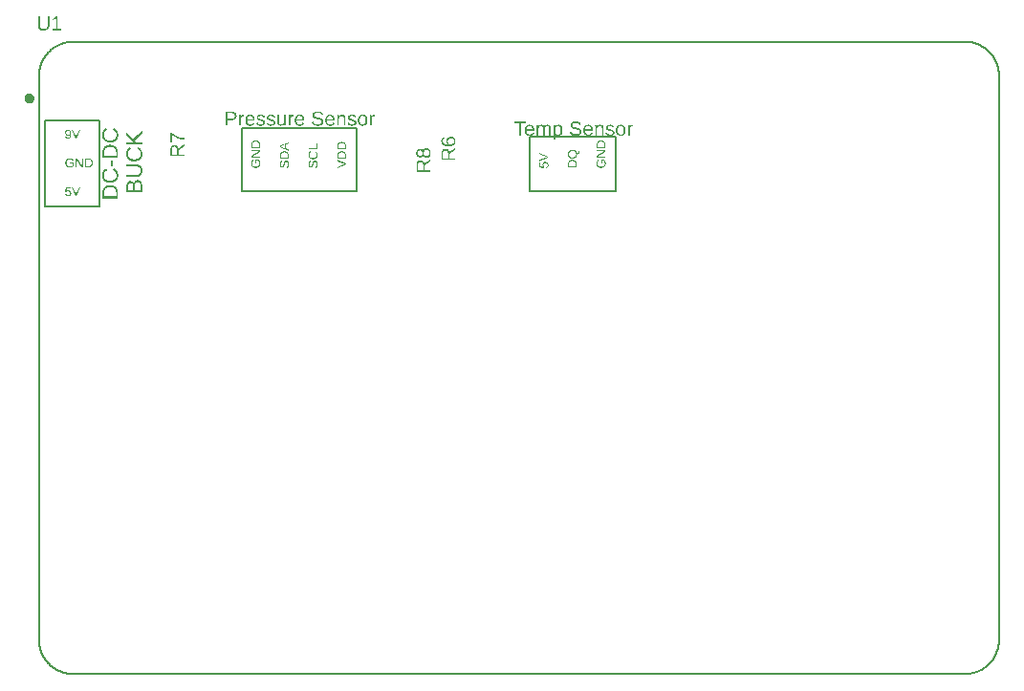
<source format=gbr>
G04 EAGLE Gerber RS-274X export*
G75*
%MOMM*%
%FSLAX34Y34*%
%LPD*%
%INSilkscreen Top*%
%IPPOS*%
%AMOC8*
5,1,8,0,0,1.08239X$1,22.5*%
G01*
G04 Define Apertures*
%ADD10C,0.127000*%
%ADD11C,0.400000*%
%ADD12C,0.152400*%
G36*
X376150Y462621D02*
X363809Y462621D01*
X363809Y468428D01*
X363824Y468935D01*
X363868Y469411D01*
X363940Y469858D01*
X364042Y470275D01*
X364174Y470663D01*
X364334Y471021D01*
X364523Y471349D01*
X364742Y471647D01*
X364987Y471913D01*
X365254Y472143D01*
X365544Y472338D01*
X365858Y472498D01*
X366194Y472622D01*
X366553Y472710D01*
X366934Y472764D01*
X367339Y472781D01*
X367676Y472769D01*
X367999Y472731D01*
X368309Y472669D01*
X368605Y472581D01*
X368887Y472468D01*
X369155Y472331D01*
X369410Y472168D01*
X369651Y471980D01*
X369875Y471770D01*
X370077Y471541D01*
X370257Y471293D01*
X370323Y471182D01*
X370415Y471026D01*
X370552Y470740D01*
X370668Y470435D01*
X370761Y470111D01*
X370834Y469768D01*
X373097Y471260D01*
X376150Y473272D01*
X376150Y471345D01*
X371026Y468139D01*
X371026Y464294D01*
X376150Y464294D01*
X376150Y462621D01*
G37*
%LPC*%
G36*
X369704Y464294D02*
X369704Y468332D01*
X369694Y468653D01*
X369665Y468956D01*
X369617Y469240D01*
X369549Y469505D01*
X369463Y469751D01*
X369356Y469978D01*
X369231Y470187D01*
X369086Y470377D01*
X368924Y470546D01*
X368747Y470693D01*
X368554Y470817D01*
X368345Y470919D01*
X368121Y470998D01*
X367882Y471055D01*
X367627Y471088D01*
X367356Y471100D01*
X367095Y471088D01*
X366850Y471054D01*
X366621Y470997D01*
X366407Y470917D01*
X366210Y470814D01*
X366029Y470688D01*
X365863Y470540D01*
X365714Y470368D01*
X365582Y470175D01*
X365467Y469962D01*
X365370Y469729D01*
X365291Y469476D01*
X365229Y469203D01*
X365185Y468909D01*
X365158Y468596D01*
X365149Y468262D01*
X365149Y464294D01*
X369704Y464294D01*
G37*
%LPD*%
G36*
X370264Y474998D02*
X369486Y475016D01*
X368755Y475070D01*
X368069Y475160D01*
X367431Y475285D01*
X366839Y475447D01*
X366293Y475644D01*
X365794Y475877D01*
X365342Y476146D01*
X364940Y476448D01*
X364591Y476780D01*
X364296Y477143D01*
X364054Y477536D01*
X363867Y477960D01*
X363793Y478183D01*
X363733Y478414D01*
X363686Y478652D01*
X363652Y478898D01*
X363632Y479152D01*
X363625Y479413D01*
X363635Y479754D01*
X363665Y480079D01*
X363714Y480388D01*
X363782Y480680D01*
X363871Y480957D01*
X363979Y481218D01*
X364106Y481462D01*
X364254Y481690D01*
X364421Y481902D01*
X364607Y482098D01*
X364813Y482277D01*
X365039Y482441D01*
X365285Y482588D01*
X365550Y482720D01*
X365835Y482835D01*
X366139Y482934D01*
X366411Y481427D01*
X366057Y481294D01*
X365751Y481126D01*
X365493Y480924D01*
X365281Y480687D01*
X365116Y480416D01*
X364998Y480110D01*
X364928Y479770D01*
X364904Y479395D01*
X364924Y479067D01*
X364983Y478759D01*
X365081Y478469D01*
X365218Y478199D01*
X365395Y477947D01*
X365611Y477714D01*
X365866Y477501D01*
X366161Y477306D01*
X366493Y477133D01*
X366860Y476982D01*
X367262Y476855D01*
X367699Y476751D01*
X368172Y476670D01*
X368679Y476612D01*
X369222Y476578D01*
X369800Y476566D01*
X369425Y476803D01*
X369098Y477083D01*
X368819Y477407D01*
X368587Y477775D01*
X368405Y478179D01*
X368275Y478611D01*
X368230Y478838D01*
X368197Y479072D01*
X368177Y479313D01*
X368171Y479562D01*
X368188Y479978D01*
X368238Y480371D01*
X368321Y480743D01*
X368438Y481093D01*
X368588Y481421D01*
X368772Y481727D01*
X368989Y482011D01*
X369240Y482272D01*
X369518Y482507D01*
X369820Y482711D01*
X370144Y482883D01*
X370492Y483025D01*
X370863Y483134D01*
X371256Y483213D01*
X371673Y483260D01*
X372112Y483275D01*
X372588Y483259D01*
X373037Y483209D01*
X373461Y483126D01*
X373860Y483010D01*
X374232Y482861D01*
X374579Y482679D01*
X374900Y482464D01*
X375195Y482215D01*
X375460Y481938D01*
X375690Y481635D01*
X375884Y481307D01*
X376043Y480954D01*
X376166Y480576D01*
X376255Y480172D01*
X376308Y479744D01*
X376325Y479290D01*
X376319Y479033D01*
X376301Y478784D01*
X376228Y478309D01*
X376107Y477865D01*
X375938Y477451D01*
X375720Y477068D01*
X375453Y476715D01*
X375138Y476393D01*
X374775Y476102D01*
X374365Y475843D01*
X373912Y475619D01*
X373414Y475429D01*
X372872Y475274D01*
X372286Y475154D01*
X371656Y475067D01*
X370982Y475016D01*
X370264Y474998D01*
G37*
%LPC*%
G36*
X371806Y476724D02*
X372155Y476735D01*
X372487Y476768D01*
X372804Y476823D01*
X373104Y476900D01*
X373388Y476999D01*
X373657Y477120D01*
X373909Y477264D01*
X374144Y477429D01*
X374358Y477611D01*
X374543Y477806D01*
X374699Y478014D01*
X374827Y478234D01*
X374927Y478466D01*
X374998Y478711D01*
X375041Y478968D01*
X375055Y479238D01*
X375043Y479515D01*
X375007Y479776D01*
X374947Y480023D01*
X374864Y480254D01*
X374756Y480469D01*
X374624Y480670D01*
X374468Y480855D01*
X374289Y481024D01*
X374088Y481176D01*
X373870Y481308D01*
X373633Y481419D01*
X373379Y481510D01*
X373107Y481581D01*
X372817Y481632D01*
X372508Y481662D01*
X372182Y481672D01*
X371857Y481662D01*
X371551Y481631D01*
X371264Y481580D01*
X370996Y481508D01*
X370747Y481416D01*
X370517Y481303D01*
X370307Y481169D01*
X370115Y481016D01*
X369945Y480843D01*
X369797Y480655D01*
X369672Y480450D01*
X369570Y480229D01*
X369491Y479993D01*
X369434Y479739D01*
X369400Y479470D01*
X369388Y479185D01*
X369398Y478916D01*
X369429Y478660D01*
X369479Y478417D01*
X369549Y478188D01*
X369640Y477971D01*
X369751Y477769D01*
X369881Y477579D01*
X370032Y477403D01*
X370201Y477244D01*
X370384Y477106D01*
X370583Y476989D01*
X370797Y476894D01*
X371027Y476819D01*
X371271Y476766D01*
X371531Y476734D01*
X371806Y476724D01*
G37*
%LPD*%
G36*
X136150Y465995D02*
X123809Y465995D01*
X123809Y471802D01*
X123824Y472309D01*
X123868Y472785D01*
X123940Y473232D01*
X124042Y473649D01*
X124174Y474037D01*
X124334Y474395D01*
X124523Y474723D01*
X124742Y475021D01*
X124987Y475287D01*
X125254Y475517D01*
X125544Y475712D01*
X125858Y475872D01*
X126194Y475996D01*
X126553Y476084D01*
X126934Y476138D01*
X127339Y476155D01*
X127676Y476143D01*
X127999Y476105D01*
X128309Y476043D01*
X128605Y475955D01*
X128887Y475842D01*
X129155Y475705D01*
X129410Y475542D01*
X129651Y475354D01*
X129875Y475144D01*
X130077Y474915D01*
X130257Y474667D01*
X130323Y474556D01*
X130415Y474400D01*
X130552Y474114D01*
X130668Y473809D01*
X130761Y473485D01*
X130834Y473142D01*
X133097Y474634D01*
X136150Y476646D01*
X136150Y474719D01*
X131026Y471513D01*
X131026Y467668D01*
X136150Y467668D01*
X136150Y465995D01*
G37*
%LPC*%
G36*
X129704Y467668D02*
X129704Y471706D01*
X129694Y472027D01*
X129665Y472330D01*
X129617Y472614D01*
X129549Y472879D01*
X129463Y473125D01*
X129356Y473352D01*
X129231Y473561D01*
X129086Y473751D01*
X128924Y473920D01*
X128747Y474067D01*
X128554Y474191D01*
X128345Y474293D01*
X128121Y474372D01*
X127882Y474429D01*
X127627Y474462D01*
X127356Y474474D01*
X127095Y474462D01*
X126850Y474428D01*
X126621Y474371D01*
X126407Y474291D01*
X126210Y474188D01*
X126029Y474062D01*
X125863Y473914D01*
X125714Y473742D01*
X125582Y473549D01*
X125467Y473336D01*
X125370Y473103D01*
X125291Y472850D01*
X125229Y472577D01*
X125185Y472283D01*
X125158Y471970D01*
X125149Y471636D01*
X125149Y467668D01*
X129704Y467668D01*
G37*
%LPD*%
G36*
X125149Y478381D02*
X123809Y478381D01*
X123809Y486535D01*
X125088Y486535D01*
X126455Y485659D01*
X127665Y484922D01*
X128719Y484323D01*
X129616Y483864D01*
X130432Y483499D01*
X131243Y483182D01*
X132048Y482914D01*
X132848Y482695D01*
X133652Y482524D01*
X134471Y482402D01*
X135303Y482329D01*
X135725Y482311D01*
X136150Y482305D01*
X136150Y480658D01*
X135555Y480674D01*
X134952Y480721D01*
X134341Y480799D01*
X133723Y480909D01*
X133097Y481050D01*
X132462Y481222D01*
X131821Y481426D01*
X131171Y481661D01*
X130505Y481933D01*
X129814Y482247D01*
X129099Y482602D01*
X128358Y483000D01*
X127593Y483440D01*
X126803Y483922D01*
X125989Y484446D01*
X125149Y485011D01*
X125149Y478381D01*
G37*
G36*
X350625Y464638D02*
X350329Y464649D01*
X350045Y464681D01*
X349773Y464735D01*
X349513Y464811D01*
X349265Y464908D01*
X349029Y465027D01*
X348805Y465168D01*
X348593Y465330D01*
X348398Y465509D01*
X348222Y465700D01*
X348067Y465903D01*
X347932Y466118D01*
X347818Y466345D01*
X347723Y466584D01*
X347649Y466836D01*
X347595Y467099D01*
X347560Y467099D01*
X347492Y466854D01*
X347407Y466622D01*
X347305Y466403D01*
X347186Y466198D01*
X347049Y466006D01*
X346895Y465827D01*
X346724Y465662D01*
X346535Y465509D01*
X346334Y465373D01*
X346124Y465254D01*
X345906Y465154D01*
X345679Y465072D01*
X345444Y465009D01*
X345200Y464963D01*
X344948Y464936D01*
X344687Y464927D01*
X344343Y464943D01*
X344015Y464993D01*
X343705Y465075D01*
X343411Y465191D01*
X343133Y465339D01*
X342872Y465521D01*
X342628Y465735D01*
X342401Y465982D01*
X342196Y466257D01*
X342018Y466555D01*
X341867Y466875D01*
X341744Y467218D01*
X341648Y467584D01*
X341580Y467972D01*
X341539Y468382D01*
X341525Y468816D01*
X341539Y469259D01*
X341579Y469679D01*
X341646Y470074D01*
X341740Y470446D01*
X341861Y470794D01*
X342008Y471117D01*
X342182Y471417D01*
X342384Y471693D01*
X342608Y471940D01*
X342851Y472155D01*
X343112Y472336D01*
X343393Y472484D01*
X343693Y472600D01*
X344011Y472682D01*
X344348Y472732D01*
X344705Y472748D01*
X344965Y472739D01*
X345218Y472712D01*
X345461Y472666D01*
X345697Y472602D01*
X345923Y472519D01*
X346142Y472418D01*
X346351Y472299D01*
X346553Y472161D01*
X346741Y472008D01*
X346910Y471841D01*
X346925Y471823D01*
X347061Y471661D01*
X347194Y471467D01*
X347309Y471260D01*
X347405Y471040D01*
X347483Y470806D01*
X347542Y470559D01*
X347577Y470559D01*
X347635Y470846D01*
X347712Y471117D01*
X347809Y471372D01*
X347925Y471610D01*
X348060Y471831D01*
X348214Y472037D01*
X348387Y472225D01*
X348543Y472364D01*
X348580Y472398D01*
X348789Y472552D01*
X349011Y472685D01*
X349245Y472798D01*
X349492Y472891D01*
X349752Y472962D01*
X350025Y473014D01*
X350310Y473045D01*
X350608Y473055D01*
X351023Y473038D01*
X351415Y472987D01*
X351783Y472902D01*
X352128Y472783D01*
X352449Y472631D01*
X352746Y472444D01*
X353020Y472223D01*
X353271Y471969D01*
X353494Y471682D01*
X353688Y471367D01*
X353852Y471021D01*
X353987Y470646D01*
X354091Y470242D01*
X354166Y469808D01*
X354210Y469344D01*
X354225Y468851D01*
X354211Y468369D01*
X354167Y467915D01*
X354093Y467487D01*
X353991Y467087D01*
X353859Y466713D01*
X353698Y466367D01*
X353508Y466047D01*
X353288Y465755D01*
X353041Y465493D01*
X352770Y465266D01*
X352474Y465074D01*
X352154Y464917D01*
X351809Y464795D01*
X351439Y464708D01*
X351044Y464655D01*
X350625Y464638D01*
G37*
%LPC*%
G36*
X350494Y466267D02*
X350803Y466277D01*
X351091Y466308D01*
X351360Y466358D01*
X351609Y466429D01*
X351838Y466521D01*
X352047Y466633D01*
X352236Y466765D01*
X352406Y466917D01*
X352555Y467090D01*
X352684Y467283D01*
X352794Y467496D01*
X352884Y467730D01*
X352953Y467984D01*
X353003Y468259D01*
X353033Y468553D01*
X353043Y468868D01*
X353033Y469180D01*
X353004Y469471D01*
X352956Y469741D01*
X352888Y469991D01*
X352802Y470221D01*
X352695Y470430D01*
X352570Y470618D01*
X352425Y470786D01*
X352260Y470934D01*
X352071Y471062D01*
X351859Y471171D01*
X351625Y471259D01*
X351368Y471328D01*
X351088Y471378D01*
X350785Y471407D01*
X350459Y471417D01*
X350181Y471406D01*
X349921Y471374D01*
X349678Y471321D01*
X349453Y471246D01*
X349245Y471150D01*
X349056Y471033D01*
X348884Y470894D01*
X348729Y470734D01*
X348593Y470554D01*
X348474Y470358D01*
X348374Y470144D01*
X348292Y469913D01*
X348229Y469664D01*
X348183Y469399D01*
X348156Y469116D01*
X348147Y468816D01*
X348157Y468524D01*
X348186Y468249D01*
X348235Y467990D01*
X348303Y467747D01*
X348391Y467521D01*
X348499Y467311D01*
X348626Y467118D01*
X348773Y466941D01*
X348937Y466783D01*
X349115Y466646D01*
X349309Y466530D01*
X349516Y466436D01*
X349739Y466362D01*
X349976Y466309D01*
X350228Y466277D01*
X350494Y466267D01*
G37*
G36*
X344792Y466538D02*
X345049Y466548D01*
X345291Y466576D01*
X345516Y466623D01*
X345726Y466688D01*
X345920Y466773D01*
X346099Y466876D01*
X346261Y466998D01*
X346408Y467138D01*
X346539Y467296D01*
X346652Y467469D01*
X346747Y467658D01*
X346825Y467862D01*
X346886Y468082D01*
X346930Y468317D01*
X346956Y468567D01*
X346964Y468833D01*
X346956Y469103D01*
X346932Y469356D01*
X346892Y469593D01*
X346836Y469813D01*
X346764Y470017D01*
X346676Y470204D01*
X346572Y470374D01*
X346452Y470528D01*
X346314Y470664D01*
X346156Y470783D01*
X345978Y470883D01*
X345781Y470965D01*
X345563Y471028D01*
X345326Y471074D01*
X345069Y471101D01*
X344792Y471110D01*
X344539Y471101D01*
X344302Y471075D01*
X344081Y471030D01*
X343876Y470967D01*
X343688Y470886D01*
X343517Y470788D01*
X343361Y470671D01*
X343222Y470537D01*
X343100Y470384D01*
X342993Y470214D01*
X342903Y470026D01*
X342830Y469820D01*
X342773Y469596D01*
X342732Y469353D01*
X342707Y469094D01*
X342699Y468816D01*
X342707Y468546D01*
X342732Y468293D01*
X342773Y468056D01*
X342830Y467836D01*
X342904Y467632D01*
X342995Y467445D01*
X343101Y467275D01*
X343224Y467121D01*
X343364Y466984D01*
X343520Y466866D01*
X343691Y466766D01*
X343879Y466684D01*
X344083Y466620D01*
X344303Y466575D01*
X344540Y466548D01*
X344792Y466538D01*
G37*
%LPD*%
G36*
X354050Y452392D02*
X341709Y452392D01*
X341709Y458199D01*
X341724Y458705D01*
X341768Y459182D01*
X341840Y459629D01*
X341942Y460046D01*
X342074Y460434D01*
X342234Y460791D01*
X342423Y461120D01*
X342642Y461418D01*
X342887Y461684D01*
X343154Y461914D01*
X343444Y462109D01*
X343758Y462269D01*
X344094Y462393D01*
X344453Y462481D01*
X344834Y462534D01*
X345239Y462552D01*
X345576Y462540D01*
X345899Y462502D01*
X346209Y462439D01*
X346505Y462352D01*
X346787Y462239D01*
X347055Y462101D01*
X347310Y461939D01*
X347551Y461751D01*
X347775Y461541D01*
X347977Y461312D01*
X348157Y461064D01*
X348223Y460953D01*
X348315Y460797D01*
X348452Y460511D01*
X348568Y460206D01*
X348661Y459882D01*
X348734Y459539D01*
X350997Y461031D01*
X354050Y463043D01*
X354050Y461116D01*
X348926Y457910D01*
X348926Y454065D01*
X354050Y454065D01*
X354050Y452392D01*
G37*
%LPC*%
G36*
X347604Y454065D02*
X347604Y458103D01*
X347594Y458424D01*
X347565Y458727D01*
X347517Y459010D01*
X347449Y459275D01*
X347363Y459522D01*
X347256Y459749D01*
X347131Y459958D01*
X346986Y460148D01*
X346824Y460317D01*
X346647Y460464D01*
X346454Y460588D01*
X346245Y460690D01*
X346021Y460769D01*
X345782Y460825D01*
X345527Y460859D01*
X345256Y460871D01*
X344995Y460859D01*
X344750Y460825D01*
X344521Y460768D01*
X344307Y460688D01*
X344110Y460585D01*
X343929Y460459D01*
X343763Y460311D01*
X343614Y460139D01*
X343482Y459946D01*
X343367Y459733D01*
X343270Y459500D01*
X343191Y459247D01*
X343129Y458974D01*
X343085Y458680D01*
X343058Y458366D01*
X343049Y458033D01*
X343049Y454065D01*
X347604Y454065D01*
G37*
%LPD*%
G36*
X174604Y493220D02*
X172931Y493220D01*
X172931Y505561D01*
X178125Y505561D01*
X178630Y505546D01*
X179105Y505500D01*
X179550Y505424D01*
X179967Y505318D01*
X180354Y505181D01*
X180712Y505014D01*
X181040Y504816D01*
X181340Y504589D01*
X181607Y504333D01*
X181838Y504053D01*
X182033Y503747D01*
X182194Y503417D01*
X182318Y503062D01*
X182407Y502682D01*
X182460Y502277D01*
X182478Y501847D01*
X182460Y501420D01*
X182407Y501016D01*
X182318Y500634D01*
X182193Y500275D01*
X182032Y499938D01*
X181835Y499624D01*
X181603Y499332D01*
X181335Y499062D01*
X181037Y498820D01*
X180713Y498610D01*
X180363Y498432D01*
X179988Y498287D01*
X179587Y498174D01*
X179160Y498093D01*
X178708Y498045D01*
X178230Y498028D01*
X174604Y498028D01*
X174604Y493220D01*
G37*
%LPC*%
G36*
X177994Y499351D02*
X178333Y499361D01*
X178651Y499390D01*
X178946Y499438D01*
X179220Y499506D01*
X179472Y499593D01*
X179702Y499700D01*
X179910Y499825D01*
X180096Y499971D01*
X180260Y500135D01*
X180402Y500319D01*
X180523Y500523D01*
X180621Y500745D01*
X180698Y500987D01*
X180753Y501249D01*
X180786Y501529D01*
X180797Y501830D01*
X180785Y502119D01*
X180752Y502390D01*
X180696Y502642D01*
X180617Y502876D01*
X180516Y503091D01*
X180393Y503287D01*
X180247Y503464D01*
X180078Y503623D01*
X179888Y503763D01*
X179674Y503884D01*
X179439Y503987D01*
X179181Y504071D01*
X178900Y504137D01*
X178597Y504183D01*
X178272Y504211D01*
X177924Y504221D01*
X174604Y504221D01*
X174604Y499351D01*
X177994Y499351D01*
G37*
%LPD*%
G36*
X294034Y493045D02*
X293531Y493065D01*
X293059Y493124D01*
X292620Y493223D01*
X292212Y493361D01*
X291836Y493539D01*
X291491Y493757D01*
X291179Y494014D01*
X290898Y494310D01*
X290650Y494644D01*
X290434Y495014D01*
X290252Y495418D01*
X290103Y495857D01*
X289987Y496332D01*
X289904Y496842D01*
X289855Y497387D01*
X289838Y497967D01*
X289855Y498561D01*
X289905Y499117D01*
X289988Y499634D01*
X290104Y500113D01*
X290253Y500554D01*
X290436Y500956D01*
X290651Y501320D01*
X290900Y501646D01*
X291182Y501933D01*
X291498Y502182D01*
X291846Y502393D01*
X292228Y502565D01*
X292643Y502699D01*
X293091Y502795D01*
X293572Y502853D01*
X294086Y502872D01*
X294611Y502853D01*
X295100Y502797D01*
X295554Y502704D01*
X295971Y502573D01*
X296353Y502405D01*
X296699Y502199D01*
X297009Y501957D01*
X297283Y501676D01*
X297523Y501357D01*
X297731Y500996D01*
X297907Y500594D01*
X298052Y500151D01*
X298164Y499667D01*
X298244Y499142D01*
X298292Y498575D01*
X298308Y497967D01*
X298291Y497365D01*
X298239Y496803D01*
X298154Y496280D01*
X298034Y495797D01*
X297880Y495354D01*
X297692Y494950D01*
X297470Y494586D01*
X297213Y494262D01*
X296924Y493977D01*
X296604Y493730D01*
X296253Y493520D01*
X295871Y493349D01*
X295458Y493216D01*
X295014Y493121D01*
X294539Y493064D01*
X294034Y493045D01*
G37*
%LPC*%
G36*
X294016Y494210D02*
X294358Y494224D01*
X294675Y494267D01*
X294966Y494338D01*
X295232Y494437D01*
X295473Y494566D01*
X295689Y494722D01*
X295879Y494907D01*
X296044Y495121D01*
X296186Y495364D01*
X296310Y495640D01*
X296415Y495948D01*
X296500Y496288D01*
X296567Y496660D01*
X296614Y497063D01*
X296643Y497499D01*
X296652Y497967D01*
X296643Y498441D01*
X296616Y498881D01*
X296570Y499288D01*
X296507Y499661D01*
X296425Y500000D01*
X296325Y500306D01*
X296206Y500579D01*
X296070Y500818D01*
X295912Y501026D01*
X295729Y501207D01*
X295522Y501360D01*
X295289Y501485D01*
X295032Y501582D01*
X294750Y501651D01*
X294444Y501693D01*
X294112Y501707D01*
X293778Y501693D01*
X293468Y501650D01*
X293182Y501580D01*
X292920Y501480D01*
X292682Y501353D01*
X292468Y501197D01*
X292277Y501013D01*
X292111Y500801D01*
X291966Y500558D01*
X291841Y500283D01*
X291735Y499977D01*
X291648Y499639D01*
X291580Y499269D01*
X291532Y498867D01*
X291503Y498433D01*
X291494Y497967D01*
X291503Y497513D01*
X291532Y497088D01*
X291579Y496693D01*
X291646Y496326D01*
X291731Y495989D01*
X291836Y495680D01*
X291960Y495401D01*
X292102Y495151D01*
X292265Y494931D01*
X292450Y494739D01*
X292657Y494578D01*
X292885Y494445D01*
X293135Y494342D01*
X293407Y494269D01*
X293701Y494224D01*
X294016Y494210D01*
G37*
%LPD*%
G36*
X194429Y493045D02*
X193919Y493064D01*
X193440Y493123D01*
X192993Y493221D01*
X192577Y493358D01*
X192193Y493534D01*
X191840Y493749D01*
X191518Y494004D01*
X191227Y494297D01*
X190970Y494629D01*
X190747Y495000D01*
X190558Y495408D01*
X190403Y495854D01*
X190283Y496338D01*
X190197Y496861D01*
X190145Y497421D01*
X190128Y498020D01*
X190145Y498589D01*
X190197Y499125D01*
X190283Y499626D01*
X190403Y500093D01*
X190558Y500526D01*
X190747Y500925D01*
X190970Y501289D01*
X191227Y501619D01*
X191517Y501913D01*
X191836Y502167D01*
X192184Y502383D01*
X192562Y502559D01*
X192969Y502696D01*
X193406Y502794D01*
X193872Y502852D01*
X194367Y502872D01*
X194873Y502852D01*
X195347Y502793D01*
X195787Y502695D01*
X196195Y502557D01*
X196571Y502380D01*
X196913Y502164D01*
X197223Y501908D01*
X197501Y501613D01*
X197746Y501278D01*
X197958Y500905D01*
X198137Y500492D01*
X198284Y500039D01*
X198398Y499547D01*
X198480Y499016D01*
X198529Y498446D01*
X198545Y497836D01*
X198545Y497626D01*
X191784Y497626D01*
X191794Y497230D01*
X191826Y496858D01*
X191878Y496508D01*
X191952Y496183D01*
X192047Y495880D01*
X192163Y495601D01*
X192300Y495345D01*
X192458Y495112D01*
X192636Y494905D01*
X192834Y494725D01*
X193051Y494573D01*
X193288Y494448D01*
X193544Y494352D01*
X193819Y494283D01*
X194114Y494241D01*
X194429Y494227D01*
X194679Y494234D01*
X194916Y494253D01*
X195140Y494285D01*
X195352Y494330D01*
X195551Y494388D01*
X195737Y494459D01*
X195910Y494542D01*
X196071Y494639D01*
X196355Y494858D01*
X196589Y495105D01*
X196773Y495380D01*
X196907Y495681D01*
X198291Y495287D01*
X198177Y495016D01*
X198045Y494762D01*
X197897Y494525D01*
X197731Y494306D01*
X197549Y494105D01*
X197350Y493921D01*
X197134Y493754D01*
X196901Y493605D01*
X196651Y493474D01*
X196384Y493360D01*
X196101Y493264D01*
X195800Y493185D01*
X195482Y493124D01*
X195148Y493080D01*
X194797Y493054D01*
X194429Y493045D01*
G37*
%LPC*%
G36*
X196916Y498834D02*
X196875Y499196D01*
X196819Y499532D01*
X196747Y499844D01*
X196660Y500129D01*
X196557Y500390D01*
X196438Y500625D01*
X196304Y500835D01*
X196154Y501019D01*
X195988Y501181D01*
X195804Y501320D01*
X195604Y501438D01*
X195386Y501535D01*
X195150Y501610D01*
X194898Y501664D01*
X194628Y501696D01*
X194341Y501707D01*
X194062Y501695D01*
X193797Y501659D01*
X193548Y501599D01*
X193313Y501515D01*
X193093Y501408D01*
X192889Y501276D01*
X192699Y501120D01*
X192524Y500941D01*
X192366Y500740D01*
X192227Y500522D01*
X192108Y500285D01*
X192008Y500031D01*
X191927Y499759D01*
X191866Y499468D01*
X191824Y499160D01*
X191801Y498834D01*
X196916Y498834D01*
G37*
%LPD*%
G36*
X238304Y493045D02*
X237794Y493064D01*
X237315Y493123D01*
X236868Y493221D01*
X236452Y493358D01*
X236068Y493534D01*
X235715Y493749D01*
X235393Y494004D01*
X235102Y494297D01*
X234845Y494629D01*
X234622Y495000D01*
X234433Y495408D01*
X234278Y495854D01*
X234158Y496338D01*
X234072Y496861D01*
X234020Y497421D01*
X234003Y498020D01*
X234020Y498589D01*
X234072Y499125D01*
X234158Y499626D01*
X234278Y500093D01*
X234433Y500526D01*
X234622Y500925D01*
X234845Y501289D01*
X235102Y501619D01*
X235392Y501913D01*
X235711Y502167D01*
X236059Y502383D01*
X236437Y502559D01*
X236844Y502696D01*
X237281Y502794D01*
X237747Y502852D01*
X238242Y502872D01*
X238748Y502852D01*
X239222Y502793D01*
X239662Y502695D01*
X240070Y502557D01*
X240446Y502380D01*
X240788Y502164D01*
X241098Y501908D01*
X241376Y501613D01*
X241621Y501278D01*
X241833Y500905D01*
X242012Y500492D01*
X242159Y500039D01*
X242273Y499547D01*
X242355Y499016D01*
X242404Y498446D01*
X242420Y497836D01*
X242420Y497626D01*
X235659Y497626D01*
X235669Y497230D01*
X235701Y496858D01*
X235753Y496508D01*
X235827Y496183D01*
X235922Y495880D01*
X236038Y495601D01*
X236175Y495345D01*
X236333Y495112D01*
X236511Y494905D01*
X236709Y494725D01*
X236926Y494573D01*
X237163Y494448D01*
X237419Y494352D01*
X237694Y494283D01*
X237989Y494241D01*
X238304Y494227D01*
X238554Y494234D01*
X238791Y494253D01*
X239015Y494285D01*
X239227Y494330D01*
X239426Y494388D01*
X239612Y494459D01*
X239785Y494542D01*
X239946Y494639D01*
X240230Y494858D01*
X240464Y495105D01*
X240648Y495380D01*
X240782Y495681D01*
X242166Y495287D01*
X242052Y495016D01*
X241920Y494762D01*
X241772Y494525D01*
X241606Y494306D01*
X241424Y494105D01*
X241225Y493921D01*
X241009Y493754D01*
X240776Y493605D01*
X240526Y493474D01*
X240259Y493360D01*
X239976Y493264D01*
X239675Y493185D01*
X239357Y493124D01*
X239023Y493080D01*
X238672Y493054D01*
X238304Y493045D01*
G37*
%LPC*%
G36*
X240791Y498834D02*
X240750Y499196D01*
X240694Y499532D01*
X240622Y499844D01*
X240535Y500129D01*
X240432Y500390D01*
X240313Y500625D01*
X240179Y500835D01*
X240029Y501019D01*
X239863Y501181D01*
X239679Y501320D01*
X239479Y501438D01*
X239261Y501535D01*
X239025Y501610D01*
X238773Y501664D01*
X238503Y501696D01*
X238216Y501707D01*
X237937Y501695D01*
X237672Y501659D01*
X237423Y501599D01*
X237188Y501515D01*
X236968Y501408D01*
X236764Y501276D01*
X236574Y501120D01*
X236399Y500941D01*
X236241Y500740D01*
X236102Y500522D01*
X235983Y500285D01*
X235883Y500031D01*
X235802Y499759D01*
X235741Y499468D01*
X235699Y499160D01*
X235676Y498834D01*
X240791Y498834D01*
G37*
%LPD*%
G36*
X265241Y493045D02*
X264731Y493064D01*
X264253Y493123D01*
X263806Y493221D01*
X263390Y493358D01*
X263005Y493534D01*
X262652Y493749D01*
X262330Y494004D01*
X262040Y494297D01*
X261782Y494629D01*
X261559Y495000D01*
X261370Y495408D01*
X261216Y495854D01*
X261095Y496338D01*
X261009Y496861D01*
X260958Y497421D01*
X260941Y498020D01*
X260958Y498589D01*
X261009Y499125D01*
X261095Y499626D01*
X261216Y500093D01*
X261370Y500526D01*
X261559Y500925D01*
X261782Y501289D01*
X262040Y501619D01*
X262329Y501913D01*
X262648Y502167D01*
X262997Y502383D01*
X263375Y502559D01*
X263782Y502696D01*
X264218Y502794D01*
X264684Y502852D01*
X265180Y502872D01*
X265686Y502852D01*
X266159Y502793D01*
X266600Y502695D01*
X267008Y502557D01*
X267383Y502380D01*
X267726Y502164D01*
X268036Y501908D01*
X268313Y501613D01*
X268558Y501278D01*
X268770Y500905D01*
X268950Y500492D01*
X269097Y500039D01*
X269211Y499547D01*
X269292Y499016D01*
X269341Y498446D01*
X269358Y497836D01*
X269358Y497626D01*
X262596Y497626D01*
X262607Y497230D01*
X262638Y496858D01*
X262691Y496508D01*
X262765Y496183D01*
X262860Y495880D01*
X262975Y495601D01*
X263112Y495345D01*
X263271Y495112D01*
X263449Y494905D01*
X263647Y494725D01*
X263864Y494573D01*
X264100Y494448D01*
X264356Y494352D01*
X264632Y494283D01*
X264927Y494241D01*
X265241Y494227D01*
X265491Y494234D01*
X265728Y494253D01*
X265952Y494285D01*
X266164Y494330D01*
X266363Y494388D01*
X266549Y494459D01*
X266723Y494542D01*
X266883Y494639D01*
X267167Y494858D01*
X267401Y495105D01*
X267585Y495380D01*
X267720Y495681D01*
X269104Y495287D01*
X268989Y495016D01*
X268858Y494762D01*
X268709Y494525D01*
X268544Y494306D01*
X268361Y494105D01*
X268162Y493921D01*
X267946Y493754D01*
X267713Y493605D01*
X267463Y493474D01*
X267197Y493360D01*
X266913Y493264D01*
X266612Y493185D01*
X266295Y493124D01*
X265961Y493080D01*
X265609Y493054D01*
X265241Y493045D01*
G37*
%LPC*%
G36*
X267729Y498834D02*
X267688Y499196D01*
X267632Y499532D01*
X267560Y499844D01*
X267472Y500129D01*
X267369Y500390D01*
X267251Y500625D01*
X267116Y500835D01*
X266967Y501019D01*
X266800Y501181D01*
X266617Y501320D01*
X266416Y501438D01*
X266198Y501535D01*
X265963Y501610D01*
X265710Y501664D01*
X265441Y501696D01*
X265154Y501707D01*
X264874Y501695D01*
X264610Y501659D01*
X264360Y501599D01*
X264126Y501515D01*
X263906Y501408D01*
X263701Y501276D01*
X263511Y501120D01*
X263336Y500941D01*
X263178Y500740D01*
X263040Y500522D01*
X262921Y500285D01*
X262821Y500031D01*
X262740Y499759D01*
X262678Y499468D01*
X262636Y499160D01*
X262614Y498834D01*
X267729Y498834D01*
G37*
%LPD*%
G36*
X254253Y493045D02*
X253704Y493057D01*
X253185Y493094D01*
X252695Y493155D01*
X252235Y493241D01*
X251805Y493351D01*
X251404Y493486D01*
X251032Y493645D01*
X250691Y493829D01*
X250379Y494037D01*
X250097Y494270D01*
X249844Y494527D01*
X249621Y494809D01*
X249427Y495115D01*
X249263Y495445D01*
X249129Y495801D01*
X249025Y496180D01*
X250645Y496504D01*
X250725Y496236D01*
X250824Y495985D01*
X250944Y495753D01*
X251083Y495540D01*
X251242Y495345D01*
X251420Y495169D01*
X251618Y495011D01*
X251836Y494871D01*
X252074Y494749D01*
X252333Y494643D01*
X252612Y494553D01*
X252911Y494480D01*
X253231Y494423D01*
X253572Y494382D01*
X253933Y494358D01*
X254315Y494350D01*
X254708Y494359D01*
X255079Y494385D01*
X255426Y494428D01*
X255750Y494489D01*
X256051Y494567D01*
X256329Y494663D01*
X256584Y494776D01*
X256815Y494906D01*
X257022Y495053D01*
X257200Y495217D01*
X257352Y495396D01*
X257475Y495592D01*
X257572Y495805D01*
X257640Y496033D01*
X257682Y496278D01*
X257696Y496539D01*
X257678Y496827D01*
X257627Y497087D01*
X257540Y497318D01*
X257420Y497520D01*
X257268Y497701D01*
X257088Y497864D01*
X256880Y498011D01*
X256644Y498142D01*
X256383Y498260D01*
X256097Y498368D01*
X255787Y498466D01*
X255453Y498554D01*
X253921Y498913D01*
X253233Y499075D01*
X252634Y499237D01*
X252123Y499399D01*
X251700Y499561D01*
X251341Y499728D01*
X251023Y499904D01*
X250744Y500089D01*
X250505Y500284D01*
X250299Y500492D01*
X250118Y500716D01*
X249964Y500958D01*
X249835Y501217D01*
X249733Y501494D01*
X249661Y501790D01*
X249617Y502107D01*
X249603Y502443D01*
X249622Y502828D01*
X249678Y503190D01*
X249773Y503529D01*
X249906Y503846D01*
X250076Y504140D01*
X250285Y504412D01*
X250531Y504660D01*
X250816Y504886D01*
X251135Y505088D01*
X251488Y505262D01*
X251873Y505409D01*
X252290Y505530D01*
X252741Y505624D01*
X253224Y505691D01*
X253740Y505731D01*
X254288Y505745D01*
X254798Y505735D01*
X255278Y505704D01*
X255726Y505654D01*
X256143Y505584D01*
X256529Y505493D01*
X256885Y505383D01*
X257209Y505252D01*
X257503Y505101D01*
X257770Y504926D01*
X258017Y504722D01*
X258243Y504491D01*
X258449Y504231D01*
X258633Y503942D01*
X258797Y503625D01*
X258940Y503280D01*
X259062Y502907D01*
X257415Y502618D01*
X257340Y502855D01*
X257249Y503075D01*
X257143Y503278D01*
X257021Y503464D01*
X256884Y503634D01*
X256732Y503786D01*
X256565Y503922D01*
X256382Y504041D01*
X256182Y504145D01*
X255964Y504235D01*
X255728Y504311D01*
X255473Y504373D01*
X255200Y504421D01*
X254909Y504456D01*
X254599Y504477D01*
X254271Y504483D01*
X253912Y504476D01*
X253575Y504453D01*
X253259Y504415D01*
X252966Y504361D01*
X252694Y504292D01*
X252445Y504208D01*
X252217Y504108D01*
X252011Y503993D01*
X251829Y503863D01*
X251670Y503718D01*
X251536Y503557D01*
X251427Y503382D01*
X251341Y503192D01*
X251280Y502986D01*
X251244Y502766D01*
X251232Y502530D01*
X251251Y502258D01*
X251307Y502010D01*
X251402Y501787D01*
X251534Y501589D01*
X251702Y501410D01*
X251903Y501245D01*
X252137Y501094D01*
X252405Y500958D01*
X252761Y500822D01*
X253257Y500670D01*
X253895Y500504D01*
X254674Y500323D01*
X255808Y500056D01*
X256361Y499907D01*
X256890Y499732D01*
X257390Y499527D01*
X257858Y499290D01*
X258076Y499156D01*
X258279Y499007D01*
X258468Y498845D01*
X258641Y498668D01*
X258799Y498476D01*
X258938Y498267D01*
X259059Y498042D01*
X259163Y497801D01*
X259245Y497540D01*
X259304Y497258D01*
X259339Y496953D01*
X259351Y496627D01*
X259330Y496212D01*
X259267Y495821D01*
X259163Y495455D01*
X259017Y495112D01*
X258829Y494793D01*
X258600Y494499D01*
X258328Y494228D01*
X258015Y493982D01*
X257664Y493762D01*
X257279Y493572D01*
X256860Y493411D01*
X256407Y493279D01*
X255920Y493177D01*
X255398Y493103D01*
X254843Y493060D01*
X254253Y493045D01*
G37*
G36*
X272968Y493220D02*
X271391Y493220D01*
X271391Y500674D01*
X271378Y502007D01*
X271362Y502432D01*
X271339Y502697D01*
X272828Y502697D01*
X272845Y502460D01*
X272867Y502018D01*
X272898Y501076D01*
X272924Y501076D01*
X273206Y501531D01*
X273510Y501914D01*
X273669Y502079D01*
X273835Y502225D01*
X274005Y502354D01*
X274181Y502465D01*
X274365Y502560D01*
X274559Y502643D01*
X274765Y502713D01*
X274981Y502770D01*
X275208Y502815D01*
X275446Y502846D01*
X275695Y502866D01*
X275954Y502872D01*
X276331Y502860D01*
X276682Y502823D01*
X277006Y502763D01*
X277304Y502678D01*
X277576Y502569D01*
X277822Y502436D01*
X278042Y502278D01*
X278236Y502097D01*
X278405Y501887D01*
X278552Y501646D01*
X278676Y501373D01*
X278778Y501069D01*
X278857Y500733D01*
X278913Y500365D01*
X278947Y499966D01*
X278959Y499535D01*
X278959Y493220D01*
X277373Y493220D01*
X277373Y499228D01*
X277362Y499671D01*
X277327Y500060D01*
X277270Y500398D01*
X277189Y500682D01*
X277084Y500923D01*
X276951Y501127D01*
X276790Y501295D01*
X276603Y501427D01*
X276378Y501526D01*
X276106Y501598D01*
X275786Y501640D01*
X275420Y501654D01*
X275143Y501642D01*
X274881Y501606D01*
X274634Y501545D01*
X274402Y501460D01*
X274185Y501350D01*
X273983Y501216D01*
X273796Y501058D01*
X273625Y500875D01*
X273471Y500671D01*
X273337Y500447D01*
X273224Y500205D01*
X273132Y499944D01*
X273060Y499665D01*
X273009Y499366D01*
X272978Y499048D01*
X272968Y498712D01*
X272968Y493220D01*
G37*
G36*
X221473Y493045D02*
X221096Y493057D01*
X220746Y493093D01*
X220421Y493154D01*
X220123Y493239D01*
X219851Y493348D01*
X219605Y493481D01*
X219385Y493638D01*
X219191Y493820D01*
X219022Y494030D01*
X218875Y494271D01*
X218751Y494544D01*
X218649Y494848D01*
X218570Y495184D01*
X218514Y495552D01*
X218480Y495951D01*
X218469Y496382D01*
X218469Y502697D01*
X220054Y502697D01*
X220054Y496688D01*
X220065Y496246D01*
X220100Y495856D01*
X220157Y495519D01*
X220238Y495234D01*
X220344Y494994D01*
X220477Y494790D01*
X220637Y494622D01*
X220825Y494490D01*
X221050Y494390D01*
X221322Y494319D01*
X221641Y494276D01*
X222007Y494262D01*
X222284Y494274D01*
X222546Y494311D01*
X222793Y494372D01*
X223025Y494457D01*
X223242Y494567D01*
X223444Y494701D01*
X223631Y494859D01*
X223803Y495042D01*
X223957Y495246D01*
X224090Y495469D01*
X224203Y495711D01*
X224295Y495972D01*
X224367Y496252D01*
X224418Y496551D01*
X224449Y496869D01*
X224459Y497205D01*
X224459Y502697D01*
X226036Y502697D01*
X226036Y495243D01*
X226049Y493910D01*
X226066Y493484D01*
X226089Y493220D01*
X224600Y493220D01*
X224582Y493456D01*
X224560Y493899D01*
X224530Y494840D01*
X224503Y494840D01*
X224221Y494386D01*
X223918Y494003D01*
X223758Y493838D01*
X223593Y493692D01*
X223422Y493563D01*
X223246Y493452D01*
X223063Y493357D01*
X222868Y493274D01*
X222662Y493204D01*
X222446Y493147D01*
X222219Y493102D01*
X221981Y493070D01*
X221732Y493051D01*
X221473Y493045D01*
G37*
G36*
X203842Y493045D02*
X203412Y493054D01*
X203008Y493081D01*
X202629Y493127D01*
X202275Y493190D01*
X201947Y493272D01*
X201644Y493372D01*
X201366Y493491D01*
X201114Y493627D01*
X200884Y493783D01*
X200676Y493959D01*
X200489Y494156D01*
X200322Y494373D01*
X200176Y494610D01*
X200052Y494868D01*
X199948Y495146D01*
X199865Y495445D01*
X201258Y495716D01*
X201315Y495532D01*
X201386Y495361D01*
X201470Y495202D01*
X201567Y495056D01*
X201678Y494923D01*
X201802Y494802D01*
X201939Y494695D01*
X202090Y494599D01*
X202255Y494516D01*
X202436Y494444D01*
X202632Y494383D01*
X202843Y494333D01*
X203312Y494267D01*
X203842Y494245D01*
X204132Y494250D01*
X204402Y494268D01*
X204651Y494296D01*
X204881Y494337D01*
X205090Y494388D01*
X205280Y494452D01*
X205449Y494526D01*
X205598Y494613D01*
X205728Y494710D01*
X205841Y494820D01*
X205937Y494940D01*
X206015Y495072D01*
X206076Y495216D01*
X206119Y495371D01*
X206145Y495538D01*
X206154Y495716D01*
X206130Y495983D01*
X206058Y496224D01*
X205937Y496439D01*
X205769Y496627D01*
X205546Y496795D01*
X205265Y496947D01*
X204925Y497084D01*
X204525Y497205D01*
X203395Y497503D01*
X202765Y497677D01*
X202234Y497850D01*
X201800Y498021D01*
X201464Y498190D01*
X201193Y498368D01*
X200953Y498564D01*
X200744Y498778D01*
X200566Y499009D01*
X200424Y499264D01*
X200323Y499546D01*
X200262Y499855D01*
X200242Y500192D01*
X200257Y500506D01*
X200300Y500801D01*
X200372Y501077D01*
X200473Y501334D01*
X200603Y501571D01*
X200762Y501789D01*
X200950Y501988D01*
X201166Y502167D01*
X201410Y502326D01*
X201681Y502464D01*
X201978Y502580D01*
X202301Y502676D01*
X202651Y502750D01*
X203028Y502803D01*
X203430Y502835D01*
X203859Y502846D01*
X204241Y502837D01*
X204603Y502811D01*
X204945Y502768D01*
X205266Y502708D01*
X205568Y502630D01*
X205849Y502535D01*
X206110Y502423D01*
X206351Y502294D01*
X206572Y502146D01*
X206771Y501976D01*
X206949Y501786D01*
X207106Y501576D01*
X207241Y501344D01*
X207355Y501092D01*
X207449Y500819D01*
X207520Y500525D01*
X206102Y500349D01*
X206062Y500503D01*
X206008Y500646D01*
X205941Y500781D01*
X205860Y500907D01*
X205656Y501130D01*
X205397Y501317D01*
X205085Y501465D01*
X204725Y501570D01*
X204317Y501633D01*
X203859Y501654D01*
X203360Y501634D01*
X202931Y501573D01*
X202743Y501528D01*
X202572Y501472D01*
X202419Y501406D01*
X202283Y501330D01*
X202164Y501244D01*
X202061Y501148D01*
X201973Y501041D01*
X201902Y500923D01*
X201846Y500795D01*
X201807Y500657D01*
X201783Y500508D01*
X201775Y500349D01*
X201788Y500157D01*
X201827Y499982D01*
X201893Y499824D01*
X201985Y499684D01*
X202103Y499557D01*
X202246Y499441D01*
X202414Y499334D01*
X202607Y499237D01*
X202870Y499136D01*
X203246Y499018D01*
X204341Y498729D01*
X204924Y498574D01*
X205418Y498426D01*
X205826Y498283D01*
X206145Y498147D01*
X206407Y498010D01*
X206639Y497865D01*
X206842Y497714D01*
X207017Y497555D01*
X207168Y497387D01*
X207300Y497206D01*
X207415Y497013D01*
X207512Y496807D01*
X207588Y496587D01*
X207643Y496352D01*
X207676Y496103D01*
X207687Y495839D01*
X207671Y495513D01*
X207624Y495207D01*
X207545Y494920D01*
X207434Y494652D01*
X207292Y494403D01*
X207118Y494174D01*
X206912Y493963D01*
X206675Y493772D01*
X206410Y493601D01*
X206119Y493454D01*
X205803Y493329D01*
X205461Y493227D01*
X205094Y493147D01*
X204702Y493090D01*
X204285Y493056D01*
X203842Y493045D01*
G37*
G36*
X212811Y493045D02*
X212381Y493054D01*
X211977Y493081D01*
X211598Y493127D01*
X211244Y493190D01*
X210916Y493272D01*
X210612Y493372D01*
X210335Y493491D01*
X210082Y493627D01*
X209853Y493783D01*
X209645Y493959D01*
X209457Y494156D01*
X209291Y494373D01*
X209145Y494610D01*
X209021Y494868D01*
X208917Y495146D01*
X208834Y495445D01*
X210227Y495716D01*
X210284Y495532D01*
X210354Y495361D01*
X210438Y495202D01*
X210536Y495056D01*
X210646Y494923D01*
X210770Y494802D01*
X210908Y494695D01*
X211059Y494599D01*
X211224Y494516D01*
X211405Y494444D01*
X211601Y494383D01*
X211812Y494333D01*
X212281Y494267D01*
X212811Y494245D01*
X213101Y494250D01*
X213370Y494268D01*
X213620Y494296D01*
X213850Y494337D01*
X214059Y494388D01*
X214248Y494452D01*
X214418Y494526D01*
X214567Y494613D01*
X214697Y494710D01*
X214810Y494820D01*
X214906Y494940D01*
X214984Y495072D01*
X215045Y495216D01*
X215088Y495371D01*
X215114Y495538D01*
X215123Y495716D01*
X215099Y495983D01*
X215027Y496224D01*
X214906Y496439D01*
X214737Y496627D01*
X214515Y496795D01*
X214234Y496947D01*
X213893Y497084D01*
X213494Y497205D01*
X212364Y497503D01*
X211734Y497677D01*
X211202Y497850D01*
X210769Y498021D01*
X210433Y498190D01*
X210161Y498368D01*
X209921Y498564D01*
X209713Y498778D01*
X209535Y499009D01*
X209393Y499264D01*
X209292Y499546D01*
X209231Y499855D01*
X209211Y500192D01*
X209225Y500506D01*
X209269Y500801D01*
X209341Y501077D01*
X209442Y501334D01*
X209572Y501571D01*
X209731Y501789D01*
X209918Y501988D01*
X210135Y502167D01*
X210379Y502326D01*
X210650Y502464D01*
X210947Y502580D01*
X211270Y502676D01*
X211620Y502750D01*
X211996Y502803D01*
X212399Y502835D01*
X212828Y502846D01*
X213210Y502837D01*
X213572Y502811D01*
X213913Y502768D01*
X214235Y502708D01*
X214536Y502630D01*
X214818Y502535D01*
X215079Y502423D01*
X215320Y502294D01*
X215540Y502146D01*
X215740Y501976D01*
X215918Y501786D01*
X216074Y501576D01*
X216210Y501344D01*
X216324Y501092D01*
X216417Y500819D01*
X216489Y500525D01*
X215070Y500349D01*
X215031Y500503D01*
X214977Y500646D01*
X214910Y500781D01*
X214828Y500907D01*
X214624Y501130D01*
X214365Y501317D01*
X214054Y501465D01*
X213694Y501570D01*
X213285Y501633D01*
X212828Y501654D01*
X212329Y501634D01*
X211900Y501573D01*
X211711Y501528D01*
X211541Y501472D01*
X211387Y501406D01*
X211252Y501330D01*
X211133Y501244D01*
X211029Y501148D01*
X210942Y501041D01*
X210871Y500923D01*
X210815Y500795D01*
X210775Y500657D01*
X210752Y500508D01*
X210744Y500349D01*
X210757Y500157D01*
X210796Y499982D01*
X210862Y499824D01*
X210954Y499684D01*
X211071Y499557D01*
X211214Y499441D01*
X211382Y499334D01*
X211576Y499237D01*
X211838Y499136D01*
X212215Y499018D01*
X213310Y498729D01*
X213892Y498574D01*
X214387Y498426D01*
X214794Y498283D01*
X215114Y498147D01*
X215376Y498010D01*
X215608Y497865D01*
X215811Y497714D01*
X215986Y497555D01*
X216136Y497387D01*
X216269Y497206D01*
X216384Y497013D01*
X216480Y496807D01*
X216557Y496587D01*
X216612Y496352D01*
X216645Y496103D01*
X216656Y495839D01*
X216640Y495513D01*
X216592Y495207D01*
X216513Y494920D01*
X216403Y494652D01*
X216260Y494403D01*
X216087Y494174D01*
X215881Y493963D01*
X215644Y493772D01*
X215378Y493601D01*
X215088Y493454D01*
X214771Y493329D01*
X214430Y493227D01*
X214063Y493147D01*
X213671Y493090D01*
X213253Y493056D01*
X212811Y493045D01*
G37*
G36*
X284592Y493045D02*
X284162Y493054D01*
X283758Y493081D01*
X283379Y493127D01*
X283025Y493190D01*
X282697Y493272D01*
X282394Y493372D01*
X282116Y493491D01*
X281864Y493627D01*
X281634Y493783D01*
X281426Y493959D01*
X281239Y494156D01*
X281072Y494373D01*
X280926Y494610D01*
X280802Y494868D01*
X280698Y495146D01*
X280615Y495445D01*
X282008Y495716D01*
X282065Y495532D01*
X282136Y495361D01*
X282220Y495202D01*
X282317Y495056D01*
X282428Y494923D01*
X282552Y494802D01*
X282689Y494695D01*
X282840Y494599D01*
X283005Y494516D01*
X283186Y494444D01*
X283382Y494383D01*
X283593Y494333D01*
X284062Y494267D01*
X284592Y494245D01*
X284882Y494250D01*
X285152Y494268D01*
X285401Y494296D01*
X285631Y494337D01*
X285840Y494388D01*
X286030Y494452D01*
X286199Y494526D01*
X286348Y494613D01*
X286478Y494710D01*
X286591Y494820D01*
X286687Y494940D01*
X286765Y495072D01*
X286826Y495216D01*
X286869Y495371D01*
X286895Y495538D01*
X286904Y495716D01*
X286880Y495983D01*
X286808Y496224D01*
X286687Y496439D01*
X286519Y496627D01*
X286296Y496795D01*
X286015Y496947D01*
X285675Y497084D01*
X285275Y497205D01*
X284145Y497503D01*
X283515Y497677D01*
X282984Y497850D01*
X282550Y498021D01*
X282214Y498190D01*
X281943Y498368D01*
X281703Y498564D01*
X281494Y498778D01*
X281316Y499009D01*
X281174Y499264D01*
X281073Y499546D01*
X281012Y499855D01*
X280992Y500192D01*
X281007Y500506D01*
X281050Y500801D01*
X281122Y501077D01*
X281223Y501334D01*
X281353Y501571D01*
X281512Y501789D01*
X281700Y501988D01*
X281916Y502167D01*
X282160Y502326D01*
X282431Y502464D01*
X282728Y502580D01*
X283051Y502676D01*
X283401Y502750D01*
X283778Y502803D01*
X284180Y502835D01*
X284609Y502846D01*
X284991Y502837D01*
X285353Y502811D01*
X285695Y502768D01*
X286016Y502708D01*
X286318Y502630D01*
X286599Y502535D01*
X286860Y502423D01*
X287101Y502294D01*
X287322Y502146D01*
X287521Y501976D01*
X287699Y501786D01*
X287856Y501576D01*
X287991Y501344D01*
X288105Y501092D01*
X288199Y500819D01*
X288270Y500525D01*
X286852Y500349D01*
X286812Y500503D01*
X286758Y500646D01*
X286691Y500781D01*
X286610Y500907D01*
X286406Y501130D01*
X286147Y501317D01*
X285835Y501465D01*
X285475Y501570D01*
X285067Y501633D01*
X284609Y501654D01*
X284110Y501634D01*
X283681Y501573D01*
X283493Y501528D01*
X283322Y501472D01*
X283169Y501406D01*
X283033Y501330D01*
X282914Y501244D01*
X282811Y501148D01*
X282723Y501041D01*
X282652Y500923D01*
X282596Y500795D01*
X282557Y500657D01*
X282533Y500508D01*
X282525Y500349D01*
X282538Y500157D01*
X282577Y499982D01*
X282643Y499824D01*
X282735Y499684D01*
X282853Y499557D01*
X282996Y499441D01*
X283164Y499334D01*
X283357Y499237D01*
X283620Y499136D01*
X283996Y499018D01*
X285091Y498729D01*
X285674Y498574D01*
X286168Y498426D01*
X286576Y498283D01*
X286895Y498147D01*
X287157Y498010D01*
X287389Y497865D01*
X287592Y497714D01*
X287767Y497555D01*
X287918Y497387D01*
X288050Y497206D01*
X288165Y497013D01*
X288262Y496807D01*
X288338Y496587D01*
X288393Y496352D01*
X288426Y496103D01*
X288437Y495839D01*
X288421Y495513D01*
X288374Y495207D01*
X288295Y494920D01*
X288184Y494652D01*
X288042Y494403D01*
X287868Y494174D01*
X287662Y493963D01*
X287425Y493772D01*
X287160Y493601D01*
X286869Y493454D01*
X286553Y493329D01*
X286211Y493227D01*
X285844Y493147D01*
X285452Y493090D01*
X285035Y493056D01*
X284592Y493045D01*
G37*
G36*
X186218Y493220D02*
X184641Y493220D01*
X184641Y500490D01*
X184628Y501541D01*
X184589Y502697D01*
X186078Y502697D01*
X186148Y500761D01*
X186183Y500761D01*
X186378Y501322D01*
X186588Y501786D01*
X186812Y502154D01*
X186929Y502302D01*
X187050Y502425D01*
X187179Y502530D01*
X187320Y502621D01*
X187474Y502697D01*
X187641Y502760D01*
X187820Y502809D01*
X188012Y502844D01*
X188217Y502865D01*
X188434Y502872D01*
X188751Y502850D01*
X189073Y502784D01*
X189073Y501339D01*
X188902Y501377D01*
X188705Y501405D01*
X188232Y501427D01*
X187994Y501414D01*
X187771Y501374D01*
X187562Y501308D01*
X187367Y501215D01*
X187187Y501097D01*
X187022Y500951D01*
X186871Y500780D01*
X186735Y500582D01*
X186613Y500359D01*
X186508Y500113D01*
X186420Y499845D01*
X186347Y499554D01*
X186290Y499239D01*
X186250Y498902D01*
X186226Y498543D01*
X186218Y498160D01*
X186218Y493220D01*
G37*
G36*
X230093Y493220D02*
X228516Y493220D01*
X228516Y500490D01*
X228503Y501541D01*
X228464Y502697D01*
X229953Y502697D01*
X230023Y500761D01*
X230058Y500761D01*
X230253Y501322D01*
X230463Y501786D01*
X230687Y502154D01*
X230804Y502302D01*
X230925Y502425D01*
X231054Y502530D01*
X231195Y502621D01*
X231349Y502697D01*
X231516Y502760D01*
X231695Y502809D01*
X231887Y502844D01*
X232092Y502865D01*
X232309Y502872D01*
X232626Y502850D01*
X232948Y502784D01*
X232948Y501339D01*
X232777Y501377D01*
X232580Y501405D01*
X232107Y501427D01*
X231869Y501414D01*
X231646Y501374D01*
X231437Y501308D01*
X231242Y501215D01*
X231062Y501097D01*
X230897Y500951D01*
X230746Y500780D01*
X230610Y500582D01*
X230488Y500359D01*
X230383Y500113D01*
X230295Y499845D01*
X230222Y499554D01*
X230165Y499239D01*
X230125Y498902D01*
X230101Y498543D01*
X230093Y498160D01*
X230093Y493220D01*
G37*
G36*
X301874Y493220D02*
X300297Y493220D01*
X300297Y500490D01*
X300284Y501541D01*
X300245Y502697D01*
X301734Y502697D01*
X301804Y500761D01*
X301839Y500761D01*
X302034Y501322D01*
X302244Y501786D01*
X302468Y502154D01*
X302585Y502302D01*
X302706Y502425D01*
X302835Y502530D01*
X302976Y502621D01*
X303131Y502697D01*
X303297Y502760D01*
X303477Y502809D01*
X303668Y502844D01*
X303873Y502865D01*
X304090Y502872D01*
X304407Y502850D01*
X304729Y502784D01*
X304729Y501339D01*
X304558Y501377D01*
X304361Y501405D01*
X303888Y501427D01*
X303650Y501414D01*
X303427Y501374D01*
X303218Y501308D01*
X303024Y501215D01*
X302844Y501097D01*
X302678Y500951D01*
X302527Y500780D01*
X302391Y500582D01*
X302270Y500359D01*
X302165Y500113D01*
X302076Y499845D01*
X302003Y499554D01*
X301947Y499239D01*
X301906Y498902D01*
X301882Y498543D01*
X301874Y498160D01*
X301874Y493220D01*
G37*
G36*
X279410Y463686D02*
X271520Y463686D01*
X271520Y466295D01*
X271535Y466782D01*
X271582Y467241D01*
X271661Y467670D01*
X271771Y468071D01*
X271912Y468444D01*
X272085Y468788D01*
X272289Y469103D01*
X272525Y469389D01*
X272789Y469645D01*
X273080Y469866D01*
X273398Y470053D01*
X273742Y470206D01*
X274113Y470325D01*
X274510Y470410D01*
X274934Y470462D01*
X275384Y470479D01*
X275684Y470471D01*
X275975Y470449D01*
X276256Y470412D01*
X276528Y470360D01*
X276790Y470293D01*
X277043Y470211D01*
X277286Y470114D01*
X277520Y470003D01*
X277742Y469877D01*
X277951Y469740D01*
X278146Y469590D01*
X278329Y469427D01*
X278497Y469252D01*
X278652Y469065D01*
X278794Y468865D01*
X278923Y468653D01*
X279037Y468430D01*
X279136Y468199D01*
X279220Y467960D01*
X279288Y467712D01*
X279342Y467456D01*
X279380Y467191D01*
X279402Y466918D01*
X279410Y466637D01*
X279410Y463686D01*
G37*
%LPC*%
G36*
X278553Y464755D02*
X278553Y466514D01*
X278529Y466935D01*
X278458Y467329D01*
X278339Y467698D01*
X278172Y468040D01*
X277961Y468350D01*
X277708Y468621D01*
X277412Y468855D01*
X277075Y469051D01*
X276700Y469205D01*
X276294Y469315D01*
X275855Y469381D01*
X275384Y469403D01*
X275028Y469391D01*
X274694Y469353D01*
X274381Y469290D01*
X274091Y469202D01*
X273822Y469089D01*
X273575Y468951D01*
X273350Y468788D01*
X273146Y468600D01*
X272966Y468388D01*
X272810Y468153D01*
X272677Y467896D01*
X272569Y467616D01*
X272485Y467314D01*
X272425Y466990D01*
X272388Y466643D01*
X272376Y466273D01*
X272376Y464755D01*
X278553Y464755D01*
G37*
%LPD*%
G36*
X279410Y471967D02*
X271520Y471967D01*
X271520Y474577D01*
X271535Y475064D01*
X271582Y475522D01*
X271661Y475951D01*
X271771Y476353D01*
X271912Y476725D01*
X272085Y477069D01*
X272289Y477384D01*
X272525Y477671D01*
X272789Y477926D01*
X273080Y478147D01*
X273398Y478334D01*
X273742Y478488D01*
X274113Y478607D01*
X274510Y478692D01*
X274934Y478743D01*
X275384Y478760D01*
X275684Y478752D01*
X275975Y478730D01*
X276256Y478693D01*
X276528Y478641D01*
X276790Y478574D01*
X277043Y478492D01*
X277286Y478395D01*
X277520Y478284D01*
X277742Y478159D01*
X277951Y478021D01*
X278146Y477871D01*
X278329Y477708D01*
X278497Y477534D01*
X278652Y477346D01*
X278794Y477146D01*
X278923Y476934D01*
X279037Y476712D01*
X279136Y476481D01*
X279220Y476241D01*
X279288Y475993D01*
X279342Y475737D01*
X279380Y475473D01*
X279402Y475200D01*
X279410Y474918D01*
X279410Y471967D01*
G37*
%LPC*%
G36*
X278553Y473037D02*
X278553Y474795D01*
X278529Y475216D01*
X278458Y475611D01*
X278339Y475979D01*
X278172Y476321D01*
X277961Y476631D01*
X277708Y476903D01*
X277412Y477136D01*
X277075Y477332D01*
X276700Y477486D01*
X276294Y477596D01*
X275855Y477663D01*
X275384Y477685D01*
X275028Y477672D01*
X274694Y477634D01*
X274381Y477572D01*
X274091Y477484D01*
X273822Y477371D01*
X273575Y477233D01*
X273350Y477069D01*
X273146Y476881D01*
X272966Y476669D01*
X272810Y476434D01*
X272677Y476177D01*
X272569Y475898D01*
X272485Y475595D01*
X272425Y475271D01*
X272388Y474924D01*
X272376Y474554D01*
X272376Y473037D01*
X278553Y473037D01*
G37*
%LPD*%
G36*
X271520Y455170D02*
X271520Y456296D01*
X277075Y458480D01*
X278469Y458950D01*
X277075Y459421D01*
X271520Y461594D01*
X271520Y462719D01*
X279410Y459499D01*
X279410Y458390D01*
X271520Y455170D01*
G37*
G36*
X203210Y473248D02*
X195320Y473248D01*
X195320Y475858D01*
X195335Y476345D01*
X195382Y476803D01*
X195461Y477233D01*
X195571Y477634D01*
X195712Y478006D01*
X195885Y478350D01*
X196089Y478665D01*
X196325Y478952D01*
X196589Y479207D01*
X196880Y479428D01*
X197198Y479616D01*
X197542Y479769D01*
X197913Y479888D01*
X198310Y479973D01*
X198734Y480024D01*
X199184Y480041D01*
X199484Y480034D01*
X199775Y480011D01*
X200056Y479974D01*
X200328Y479922D01*
X200590Y479855D01*
X200843Y479773D01*
X201086Y479677D01*
X201320Y479565D01*
X201542Y479440D01*
X201751Y479302D01*
X201946Y479152D01*
X202129Y478990D01*
X202297Y478815D01*
X202452Y478627D01*
X202594Y478428D01*
X202723Y478215D01*
X202837Y477993D01*
X202936Y477762D01*
X203020Y477522D01*
X203088Y477275D01*
X203142Y477018D01*
X203180Y476754D01*
X203202Y476481D01*
X203210Y476199D01*
X203210Y473248D01*
G37*
%LPC*%
G36*
X202353Y474318D02*
X202353Y476076D01*
X202329Y476497D01*
X202258Y476892D01*
X202139Y477260D01*
X201972Y477602D01*
X201761Y477912D01*
X201508Y478184D01*
X201212Y478418D01*
X200875Y478613D01*
X200500Y478767D01*
X200094Y478878D01*
X199655Y478944D01*
X199184Y478966D01*
X198828Y478953D01*
X198494Y478916D01*
X198181Y478853D01*
X197891Y478765D01*
X197622Y478652D01*
X197375Y478514D01*
X197150Y478351D01*
X196946Y478162D01*
X196766Y477950D01*
X196610Y477716D01*
X196477Y477458D01*
X196369Y477179D01*
X196285Y476877D01*
X196225Y476552D01*
X196188Y476205D01*
X196176Y475835D01*
X196176Y474318D01*
X202353Y474318D01*
G37*
%LPD*%
G36*
X203210Y464967D02*
X195320Y464967D01*
X195320Y466210D01*
X202084Y470477D01*
X201138Y470427D01*
X200494Y470410D01*
X195320Y470410D01*
X195320Y471373D01*
X203210Y471373D01*
X203210Y470085D01*
X196490Y465863D01*
X197033Y465891D01*
X197968Y465919D01*
X203210Y465919D01*
X203210Y464967D01*
G37*
G36*
X199228Y455697D02*
X198762Y455713D01*
X198322Y455761D01*
X197910Y455842D01*
X197525Y455954D01*
X197167Y456099D01*
X196836Y456276D01*
X196532Y456486D01*
X196255Y456727D01*
X196008Y456998D01*
X195794Y457295D01*
X195613Y457617D01*
X195465Y457966D01*
X195350Y458341D01*
X195268Y458742D01*
X195219Y459169D01*
X195202Y459622D01*
X195209Y459942D01*
X195230Y460247D01*
X195264Y460536D01*
X195313Y460810D01*
X195375Y461068D01*
X195451Y461311D01*
X195541Y461538D01*
X195644Y461750D01*
X195763Y461949D01*
X195899Y462136D01*
X196051Y462311D01*
X196220Y462474D01*
X196405Y462626D01*
X196607Y462766D01*
X196826Y462894D01*
X197061Y463010D01*
X197364Y461991D01*
X197050Y461807D01*
X196783Y461591D01*
X196560Y461344D01*
X196384Y461064D01*
X196249Y460751D01*
X196153Y460401D01*
X196095Y460016D01*
X196076Y459594D01*
X196089Y459263D01*
X196127Y458951D01*
X196192Y458660D01*
X196282Y458389D01*
X196398Y458138D01*
X196540Y457907D01*
X196708Y457696D01*
X196902Y457506D01*
X197119Y457336D01*
X197357Y457190D01*
X197616Y457065D01*
X197896Y456964D01*
X198198Y456885D01*
X198520Y456828D01*
X198864Y456794D01*
X199228Y456783D01*
X199592Y456795D01*
X199937Y456831D01*
X200261Y456891D01*
X200566Y456975D01*
X200851Y457083D01*
X201117Y457215D01*
X201363Y457371D01*
X201589Y457550D01*
X201792Y457751D01*
X201967Y457971D01*
X202116Y458208D01*
X202238Y458465D01*
X202332Y458739D01*
X202400Y459032D01*
X202441Y459343D01*
X202454Y459673D01*
X202439Y460053D01*
X202395Y460420D01*
X202322Y460774D01*
X202219Y461115D01*
X202091Y461433D01*
X201942Y461720D01*
X201772Y461975D01*
X201580Y462198D01*
X200158Y462198D01*
X200158Y459841D01*
X199262Y459841D01*
X199262Y463184D01*
X201984Y463184D01*
X202285Y462853D01*
X202550Y462486D01*
X202779Y462084D01*
X202972Y461647D01*
X203125Y461182D01*
X203234Y460698D01*
X203300Y460195D01*
X203322Y459673D01*
X203314Y459369D01*
X203291Y459075D01*
X203253Y458793D01*
X203199Y458521D01*
X203130Y458259D01*
X203045Y458009D01*
X202945Y457769D01*
X202829Y457539D01*
X202699Y457322D01*
X202556Y457118D01*
X202399Y456927D01*
X202228Y456749D01*
X202044Y456584D01*
X201846Y456433D01*
X201635Y456295D01*
X201410Y456170D01*
X201173Y456059D01*
X200926Y455963D01*
X200668Y455882D01*
X200401Y455815D01*
X200123Y455763D01*
X199835Y455726D01*
X199537Y455704D01*
X199228Y455697D01*
G37*
G36*
X228610Y463686D02*
X220720Y463686D01*
X220720Y466295D01*
X220735Y466782D01*
X220782Y467241D01*
X220861Y467670D01*
X220971Y468071D01*
X221112Y468444D01*
X221285Y468788D01*
X221489Y469103D01*
X221725Y469389D01*
X221989Y469645D01*
X222280Y469866D01*
X222598Y470053D01*
X222942Y470206D01*
X223313Y470325D01*
X223710Y470410D01*
X224134Y470462D01*
X224584Y470479D01*
X224884Y470471D01*
X225175Y470449D01*
X225456Y470412D01*
X225728Y470360D01*
X225990Y470293D01*
X226243Y470211D01*
X226486Y470114D01*
X226720Y470003D01*
X226942Y469877D01*
X227151Y469740D01*
X227346Y469590D01*
X227529Y469427D01*
X227697Y469252D01*
X227852Y469065D01*
X227994Y468865D01*
X228123Y468653D01*
X228237Y468430D01*
X228336Y468199D01*
X228420Y467960D01*
X228488Y467712D01*
X228542Y467456D01*
X228580Y467191D01*
X228602Y466918D01*
X228610Y466637D01*
X228610Y463686D01*
G37*
%LPC*%
G36*
X227753Y464755D02*
X227753Y466514D01*
X227729Y466935D01*
X227658Y467329D01*
X227539Y467698D01*
X227372Y468040D01*
X227161Y468350D01*
X226908Y468621D01*
X226612Y468855D01*
X226275Y469051D01*
X225900Y469205D01*
X225494Y469315D01*
X225055Y469381D01*
X224584Y469403D01*
X224228Y469391D01*
X223894Y469353D01*
X223581Y469290D01*
X223291Y469202D01*
X223022Y469089D01*
X222775Y468951D01*
X222550Y468788D01*
X222346Y468600D01*
X222166Y468388D01*
X222010Y468153D01*
X221877Y467896D01*
X221769Y467616D01*
X221685Y467314D01*
X221625Y466990D01*
X221588Y466643D01*
X221576Y466273D01*
X221576Y464755D01*
X227753Y464755D01*
G37*
%LPD*%
G36*
X228610Y471049D02*
X220720Y474269D01*
X220720Y475484D01*
X228610Y478653D01*
X228610Y477561D01*
X226303Y476660D01*
X226303Y473065D01*
X228610Y472157D01*
X228610Y471049D01*
G37*
%LPC*%
G36*
X225468Y473389D02*
X225468Y476341D01*
X222864Y475327D01*
X222453Y475170D01*
X221991Y475013D01*
X221526Y474862D01*
X221683Y474812D01*
X222213Y474638D01*
X222876Y474397D01*
X225468Y473389D01*
G37*
%LPD*%
G36*
X226717Y455641D02*
X226510Y456677D01*
X226682Y456728D01*
X226842Y456792D01*
X226990Y456868D01*
X227127Y456957D01*
X227251Y457058D01*
X227364Y457172D01*
X227465Y457299D01*
X227554Y457438D01*
X227700Y457756D01*
X227804Y458126D01*
X227867Y458548D01*
X227888Y459023D01*
X227865Y459512D01*
X227799Y459941D01*
X227749Y460133D01*
X227688Y460311D01*
X227615Y460474D01*
X227532Y460622D01*
X227438Y460754D01*
X227333Y460868D01*
X227218Y460965D01*
X227093Y461044D01*
X226957Y461106D01*
X226811Y461150D01*
X226655Y461176D01*
X226488Y461185D01*
X226304Y461174D01*
X226138Y461141D01*
X225990Y461086D01*
X225860Y461008D01*
X225745Y460911D01*
X225641Y460796D01*
X225546Y460663D01*
X225463Y460513D01*
X225319Y460163D01*
X225200Y459751D01*
X224970Y458771D01*
X224763Y457949D01*
X224659Y457622D01*
X224556Y457352D01*
X224449Y457122D01*
X224337Y456918D01*
X224218Y456740D01*
X224094Y456587D01*
X223961Y456455D01*
X223817Y456340D01*
X223663Y456241D01*
X223497Y456159D01*
X223320Y456094D01*
X223130Y456047D01*
X222928Y456020D01*
X222713Y456010D01*
X222467Y456023D01*
X222236Y456059D01*
X222018Y456119D01*
X221816Y456204D01*
X221628Y456313D01*
X221454Y456447D01*
X221295Y456604D01*
X221151Y456786D01*
X221022Y456990D01*
X220911Y457216D01*
X220816Y457462D01*
X220739Y457729D01*
X220679Y458017D01*
X220636Y458326D01*
X220611Y458656D01*
X220602Y459006D01*
X220608Y459332D01*
X220628Y459639D01*
X220660Y459925D01*
X220705Y460192D01*
X220763Y460439D01*
X220834Y460666D01*
X220917Y460874D01*
X221014Y461062D01*
X221126Y461233D01*
X221256Y461391D01*
X221404Y461535D01*
X221570Y461666D01*
X221755Y461784D01*
X221957Y461889D01*
X222178Y461980D01*
X222416Y462058D01*
X222601Y461006D01*
X222309Y460899D01*
X222060Y460754D01*
X221854Y460569D01*
X221691Y460345D01*
X221568Y460078D01*
X221479Y459764D01*
X221426Y459403D01*
X221408Y458995D01*
X221428Y458550D01*
X221487Y458161D01*
X221585Y457828D01*
X221722Y457550D01*
X221805Y457434D01*
X221898Y457332D01*
X222001Y457247D01*
X222113Y457177D01*
X222234Y457122D01*
X222366Y457083D01*
X222507Y457060D01*
X222657Y457052D01*
X222831Y457064D01*
X222990Y457100D01*
X223132Y457161D01*
X223259Y457245D01*
X223374Y457352D01*
X223479Y457481D01*
X223575Y457631D01*
X223662Y457802D01*
X223750Y458030D01*
X223847Y458347D01*
X224068Y459253D01*
X224239Y459978D01*
X224334Y460331D01*
X224446Y460670D01*
X224577Y460989D01*
X224729Y461288D01*
X224910Y461558D01*
X225127Y461790D01*
X225383Y461979D01*
X225681Y462123D01*
X225848Y462175D01*
X226028Y462213D01*
X226223Y462236D01*
X226432Y462243D01*
X226697Y462230D01*
X226947Y462190D01*
X227181Y462123D01*
X227400Y462030D01*
X227604Y461910D01*
X227792Y461763D01*
X227965Y461589D01*
X228123Y461389D01*
X228263Y461165D01*
X228385Y460919D01*
X228488Y460651D01*
X228572Y460361D01*
X228638Y460049D01*
X228685Y459716D01*
X228713Y459361D01*
X228722Y458984D01*
X228714Y458633D01*
X228691Y458301D01*
X228652Y457988D01*
X228597Y457694D01*
X228526Y457418D01*
X228440Y457162D01*
X228338Y456925D01*
X228221Y456706D01*
X228088Y456507D01*
X227939Y456326D01*
X227774Y456165D01*
X227594Y456022D01*
X227399Y455898D01*
X227187Y455793D01*
X226960Y455708D01*
X226717Y455641D01*
G37*
G36*
X252117Y455641D02*
X251910Y456677D01*
X252082Y456728D01*
X252242Y456792D01*
X252390Y456868D01*
X252527Y456957D01*
X252651Y457058D01*
X252764Y457172D01*
X252865Y457299D01*
X252954Y457438D01*
X253100Y457756D01*
X253204Y458126D01*
X253267Y458548D01*
X253288Y459023D01*
X253265Y459512D01*
X253199Y459941D01*
X253149Y460133D01*
X253088Y460311D01*
X253015Y460474D01*
X252932Y460622D01*
X252838Y460754D01*
X252733Y460868D01*
X252618Y460965D01*
X252493Y461044D01*
X252357Y461106D01*
X252211Y461150D01*
X252055Y461176D01*
X251888Y461185D01*
X251704Y461174D01*
X251538Y461141D01*
X251390Y461086D01*
X251260Y461008D01*
X251145Y460911D01*
X251041Y460796D01*
X250946Y460663D01*
X250863Y460513D01*
X250719Y460163D01*
X250600Y459751D01*
X250370Y458771D01*
X250163Y457949D01*
X250059Y457622D01*
X249956Y457352D01*
X249849Y457122D01*
X249737Y456918D01*
X249618Y456740D01*
X249494Y456587D01*
X249361Y456455D01*
X249217Y456340D01*
X249063Y456241D01*
X248897Y456159D01*
X248720Y456094D01*
X248530Y456047D01*
X248328Y456020D01*
X248113Y456010D01*
X247867Y456023D01*
X247636Y456059D01*
X247418Y456119D01*
X247216Y456204D01*
X247028Y456313D01*
X246854Y456447D01*
X246695Y456604D01*
X246551Y456786D01*
X246422Y456990D01*
X246311Y457216D01*
X246216Y457462D01*
X246139Y457729D01*
X246079Y458017D01*
X246036Y458326D01*
X246011Y458656D01*
X246002Y459006D01*
X246008Y459332D01*
X246028Y459639D01*
X246060Y459925D01*
X246105Y460192D01*
X246163Y460439D01*
X246234Y460666D01*
X246317Y460874D01*
X246414Y461062D01*
X246526Y461233D01*
X246656Y461391D01*
X246804Y461535D01*
X246970Y461666D01*
X247155Y461784D01*
X247357Y461889D01*
X247578Y461980D01*
X247816Y462058D01*
X248001Y461006D01*
X247709Y460899D01*
X247460Y460754D01*
X247254Y460569D01*
X247091Y460345D01*
X246968Y460078D01*
X246879Y459764D01*
X246826Y459403D01*
X246808Y458995D01*
X246828Y458550D01*
X246887Y458161D01*
X246985Y457828D01*
X247122Y457550D01*
X247205Y457434D01*
X247298Y457332D01*
X247401Y457247D01*
X247513Y457177D01*
X247634Y457122D01*
X247766Y457083D01*
X247907Y457060D01*
X248057Y457052D01*
X248231Y457064D01*
X248390Y457100D01*
X248532Y457161D01*
X248659Y457245D01*
X248774Y457352D01*
X248879Y457481D01*
X248975Y457631D01*
X249062Y457802D01*
X249150Y458030D01*
X249247Y458347D01*
X249468Y459253D01*
X249639Y459978D01*
X249734Y460331D01*
X249846Y460670D01*
X249977Y460989D01*
X250129Y461288D01*
X250310Y461558D01*
X250527Y461790D01*
X250783Y461979D01*
X251081Y462123D01*
X251248Y462175D01*
X251428Y462213D01*
X251623Y462236D01*
X251832Y462243D01*
X252097Y462230D01*
X252347Y462190D01*
X252581Y462123D01*
X252800Y462030D01*
X253004Y461910D01*
X253192Y461763D01*
X253365Y461589D01*
X253523Y461389D01*
X253663Y461165D01*
X253785Y460919D01*
X253888Y460651D01*
X253972Y460361D01*
X254038Y460049D01*
X254085Y459716D01*
X254113Y459361D01*
X254122Y458984D01*
X254114Y458633D01*
X254091Y458301D01*
X254052Y457988D01*
X253997Y457694D01*
X253926Y457418D01*
X253840Y457162D01*
X253738Y456925D01*
X253621Y456706D01*
X253488Y456507D01*
X253339Y456326D01*
X253174Y456165D01*
X252994Y456022D01*
X252799Y455898D01*
X252587Y455793D01*
X252360Y455708D01*
X252117Y455641D01*
G37*
G36*
X250028Y463327D02*
X249569Y463343D01*
X249136Y463391D01*
X248728Y463471D01*
X248346Y463582D01*
X247989Y463726D01*
X247658Y463901D01*
X247352Y464108D01*
X247072Y464347D01*
X246821Y464614D01*
X246604Y464905D01*
X246420Y465221D01*
X246269Y465562D01*
X246152Y465927D01*
X246069Y466316D01*
X246019Y466730D01*
X246002Y467169D01*
X246010Y467478D01*
X246033Y467773D01*
X246071Y468056D01*
X246125Y468325D01*
X246195Y468582D01*
X246279Y468826D01*
X246379Y469057D01*
X246495Y469275D01*
X246626Y469479D01*
X246771Y469669D01*
X246931Y469846D01*
X247107Y470008D01*
X247297Y470157D01*
X247502Y470291D01*
X247722Y470411D01*
X247956Y470518D01*
X248292Y469504D01*
X247968Y469346D01*
X247685Y469146D01*
X247442Y468905D01*
X247240Y468622D01*
X247080Y468304D01*
X246967Y467958D01*
X246898Y467583D01*
X246876Y467180D01*
X246889Y466862D01*
X246928Y466561D01*
X246994Y466279D01*
X247086Y466015D01*
X247205Y465770D01*
X247350Y465542D01*
X247521Y465333D01*
X247718Y465142D01*
X247939Y464971D01*
X248179Y464823D01*
X248438Y464698D01*
X248717Y464596D01*
X249016Y464516D01*
X249334Y464459D01*
X249671Y464425D01*
X250028Y464414D01*
X250382Y464426D01*
X250718Y464461D01*
X251036Y464520D01*
X251337Y464603D01*
X251619Y464710D01*
X251884Y464841D01*
X252131Y464995D01*
X252361Y465173D01*
X252568Y465371D01*
X252747Y465585D01*
X252898Y465817D01*
X253022Y466065D01*
X253119Y466330D01*
X253188Y466612D01*
X253229Y466910D01*
X253243Y467225D01*
X253236Y467429D01*
X253217Y467627D01*
X253185Y467818D01*
X253140Y468002D01*
X253012Y468352D01*
X252833Y468677D01*
X252602Y468975D01*
X252320Y469248D01*
X251987Y469496D01*
X251602Y469717D01*
X252039Y470591D01*
X252286Y470463D01*
X252518Y470322D01*
X252735Y470170D01*
X252936Y470005D01*
X253123Y469827D01*
X253294Y469638D01*
X253449Y469436D01*
X253590Y469221D01*
X253715Y468996D01*
X253823Y468763D01*
X253914Y468520D01*
X253989Y468269D01*
X254047Y468008D01*
X254089Y467739D01*
X254114Y467461D01*
X254122Y467175D01*
X254114Y466881D01*
X254091Y466598D01*
X254052Y466325D01*
X253998Y466062D01*
X253928Y465809D01*
X253843Y465567D01*
X253743Y465334D01*
X253626Y465111D01*
X253496Y464900D01*
X253352Y464701D01*
X253195Y464516D01*
X253024Y464344D01*
X252841Y464184D01*
X252644Y464038D01*
X252433Y463904D01*
X252210Y463784D01*
X251974Y463677D01*
X251728Y463584D01*
X251471Y463506D01*
X251204Y463441D01*
X250926Y463392D01*
X250637Y463356D01*
X250338Y463335D01*
X250028Y463327D01*
G37*
G36*
X254010Y471967D02*
X246120Y471967D01*
X246120Y473037D01*
X253136Y473037D01*
X253136Y477024D01*
X254010Y477024D01*
X254010Y471967D01*
G37*
G36*
X464590Y480608D02*
X463014Y480608D01*
X463014Y491871D01*
X463001Y493086D01*
X462984Y493508D01*
X462961Y493807D01*
X464485Y493807D01*
X464511Y493557D01*
X464551Y492896D01*
X464573Y492283D01*
X464608Y492283D01*
X464835Y492691D01*
X465096Y493041D01*
X465391Y493333D01*
X465551Y493457D01*
X465720Y493566D01*
X465900Y493661D01*
X466093Y493744D01*
X466301Y493814D01*
X466521Y493871D01*
X466756Y493916D01*
X467004Y493948D01*
X467266Y493967D01*
X467542Y493973D01*
X467966Y493955D01*
X468362Y493900D01*
X468731Y493808D01*
X469072Y493680D01*
X469386Y493515D01*
X469672Y493313D01*
X469930Y493075D01*
X470161Y492800D01*
X470364Y492485D01*
X470540Y492129D01*
X470689Y491731D01*
X470811Y491291D01*
X470906Y490809D01*
X470974Y490285D01*
X471014Y489720D01*
X471028Y489112D01*
X471014Y488512D01*
X470973Y487950D01*
X470905Y487427D01*
X470810Y486943D01*
X470687Y486498D01*
X470538Y486091D01*
X470361Y485723D01*
X470156Y485394D01*
X469925Y485104D01*
X469666Y484852D01*
X469380Y484639D01*
X469067Y484465D01*
X468727Y484329D01*
X468359Y484232D01*
X467964Y484174D01*
X467542Y484155D01*
X467274Y484161D01*
X467017Y484181D01*
X466771Y484213D01*
X466537Y484258D01*
X466314Y484316D01*
X466102Y484386D01*
X465901Y484470D01*
X465711Y484566D01*
X465533Y484676D01*
X465366Y484798D01*
X465210Y484933D01*
X465065Y485081D01*
X464932Y485242D01*
X464810Y485416D01*
X464699Y485602D01*
X464599Y485801D01*
X464555Y485801D01*
X464571Y485682D01*
X464581Y485394D01*
X464590Y484313D01*
X464590Y480608D01*
G37*
%LPC*%
G36*
X467121Y485320D02*
X467405Y485333D01*
X467669Y485374D01*
X467912Y485441D01*
X468136Y485535D01*
X468340Y485657D01*
X468525Y485805D01*
X468689Y485980D01*
X468834Y486182D01*
X468960Y486416D01*
X469069Y486687D01*
X469162Y486994D01*
X469238Y487337D01*
X469297Y487718D01*
X469339Y488134D01*
X469364Y488587D01*
X469372Y489077D01*
X469364Y489554D01*
X469339Y489996D01*
X469297Y490403D01*
X469239Y490774D01*
X469164Y491110D01*
X469072Y491411D01*
X468963Y491676D01*
X468838Y491906D01*
X468695Y492105D01*
X468532Y492278D01*
X468349Y492424D01*
X468146Y492543D01*
X467924Y492636D01*
X467682Y492703D01*
X467420Y492742D01*
X467139Y492756D01*
X466911Y492750D01*
X466696Y492731D01*
X466493Y492700D01*
X466304Y492657D01*
X466127Y492602D01*
X465962Y492534D01*
X465811Y492454D01*
X465672Y492362D01*
X465423Y492137D01*
X465206Y491857D01*
X465020Y491522D01*
X464866Y491131D01*
X464745Y490681D01*
X464659Y490169D01*
X464607Y489593D01*
X464590Y488955D01*
X464600Y488503D01*
X464627Y488083D01*
X464674Y487693D01*
X464739Y487334D01*
X464823Y487006D01*
X464925Y486708D01*
X465046Y486441D01*
X465186Y486204D01*
X465346Y485997D01*
X465530Y485817D01*
X465737Y485665D01*
X465967Y485541D01*
X466221Y485444D01*
X466498Y485375D01*
X466798Y485334D01*
X467121Y485320D01*
G37*
%LPD*%
G36*
X522597Y484155D02*
X522094Y484175D01*
X521623Y484234D01*
X521183Y484333D01*
X520776Y484471D01*
X520399Y484649D01*
X520055Y484867D01*
X519743Y485124D01*
X519462Y485420D01*
X519213Y485754D01*
X518998Y486124D01*
X518816Y486528D01*
X518667Y486967D01*
X518551Y487442D01*
X518468Y487952D01*
X518419Y488497D01*
X518402Y489077D01*
X518419Y489671D01*
X518468Y490227D01*
X518551Y490744D01*
X518667Y491223D01*
X518817Y491664D01*
X518999Y492066D01*
X519215Y492430D01*
X519464Y492756D01*
X519746Y493043D01*
X520061Y493292D01*
X520410Y493503D01*
X520791Y493675D01*
X521206Y493809D01*
X521654Y493905D01*
X522135Y493963D01*
X522650Y493982D01*
X523175Y493963D01*
X523664Y493907D01*
X524118Y493814D01*
X524535Y493683D01*
X524917Y493515D01*
X525263Y493309D01*
X525573Y493067D01*
X525847Y492786D01*
X526087Y492467D01*
X526295Y492106D01*
X526471Y491704D01*
X526615Y491261D01*
X526727Y490777D01*
X526807Y490252D01*
X526855Y489685D01*
X526871Y489077D01*
X526854Y488475D01*
X526803Y487913D01*
X526718Y487390D01*
X526598Y486907D01*
X526444Y486464D01*
X526256Y486060D01*
X526033Y485696D01*
X525777Y485372D01*
X525488Y485087D01*
X525167Y484840D01*
X524816Y484630D01*
X524434Y484459D01*
X524022Y484326D01*
X523578Y484231D01*
X523103Y484174D01*
X522597Y484155D01*
G37*
%LPC*%
G36*
X522580Y485320D02*
X522922Y485334D01*
X523239Y485377D01*
X523530Y485448D01*
X523796Y485547D01*
X524037Y485676D01*
X524252Y485832D01*
X524443Y486017D01*
X524607Y486231D01*
X524750Y486474D01*
X524874Y486750D01*
X524978Y487058D01*
X525064Y487398D01*
X525131Y487770D01*
X525178Y488173D01*
X525207Y488609D01*
X525216Y489077D01*
X525207Y489551D01*
X525180Y489991D01*
X525134Y490398D01*
X525071Y490771D01*
X524989Y491110D01*
X524889Y491416D01*
X524770Y491689D01*
X524634Y491928D01*
X524476Y492136D01*
X524293Y492317D01*
X524085Y492470D01*
X523853Y492595D01*
X523596Y492692D01*
X523314Y492761D01*
X523008Y492803D01*
X522676Y492817D01*
X522342Y492803D01*
X522032Y492760D01*
X521746Y492690D01*
X521484Y492590D01*
X521246Y492463D01*
X521031Y492307D01*
X520841Y492123D01*
X520675Y491911D01*
X520530Y491668D01*
X520405Y491393D01*
X520299Y491087D01*
X520212Y490749D01*
X520144Y490379D01*
X520096Y489977D01*
X520067Y489543D01*
X520057Y489077D01*
X520067Y488623D01*
X520095Y488198D01*
X520143Y487803D01*
X520210Y487436D01*
X520295Y487099D01*
X520400Y486790D01*
X520523Y486511D01*
X520666Y486261D01*
X520829Y486041D01*
X521014Y485849D01*
X521221Y485688D01*
X521449Y485555D01*
X521699Y485452D01*
X521971Y485379D01*
X522264Y485334D01*
X522580Y485320D01*
G37*
%LPD*%
G36*
X449679Y484330D02*
X448111Y484330D01*
X448111Y491784D01*
X448098Y493117D01*
X448082Y493542D01*
X448059Y493807D01*
X449548Y493807D01*
X449565Y493570D01*
X449587Y493128D01*
X449618Y492186D01*
X449644Y492186D01*
X449907Y492652D01*
X450189Y493040D01*
X450337Y493206D01*
X450490Y493352D01*
X450647Y493480D01*
X450809Y493588D01*
X451155Y493760D01*
X451538Y493883D01*
X451743Y493926D01*
X451957Y493957D01*
X452180Y493976D01*
X452412Y493982D01*
X452674Y493975D01*
X452922Y493955D01*
X453156Y493922D01*
X453376Y493875D01*
X453582Y493814D01*
X453774Y493741D01*
X453952Y493653D01*
X454115Y493553D01*
X454266Y493438D01*
X454405Y493306D01*
X454531Y493159D01*
X454646Y492997D01*
X454749Y492818D01*
X454840Y492623D01*
X454919Y492413D01*
X454987Y492186D01*
X455013Y492186D01*
X455271Y492630D01*
X455555Y493008D01*
X455864Y493318D01*
X456029Y493448D01*
X456200Y493562D01*
X456378Y493660D01*
X456566Y493745D01*
X456763Y493818D01*
X456969Y493877D01*
X457185Y493923D01*
X457409Y493956D01*
X457643Y493975D01*
X457886Y493982D01*
X458233Y493970D01*
X458555Y493933D01*
X458853Y493872D01*
X459126Y493787D01*
X459375Y493677D01*
X459599Y493543D01*
X459799Y493385D01*
X459975Y493202D01*
X460128Y492992D01*
X460260Y492750D01*
X460372Y492477D01*
X460464Y492173D01*
X460535Y491838D01*
X460586Y491471D01*
X460617Y491074D01*
X460627Y490645D01*
X460627Y484330D01*
X459068Y484330D01*
X459068Y490338D01*
X459062Y490669D01*
X459045Y490973D01*
X459015Y491250D01*
X458974Y491501D01*
X458921Y491725D01*
X458856Y491923D01*
X458780Y492094D01*
X458692Y492239D01*
X458588Y492362D01*
X458465Y492469D01*
X458324Y492559D01*
X458164Y492633D01*
X457985Y492691D01*
X457787Y492732D01*
X457570Y492756D01*
X457334Y492764D01*
X457083Y492753D01*
X456846Y492717D01*
X456623Y492657D01*
X456415Y492573D01*
X456222Y492465D01*
X456042Y492333D01*
X455877Y492178D01*
X455727Y491998D01*
X455592Y491796D01*
X455476Y491575D01*
X455377Y491333D01*
X455297Y491071D01*
X455234Y490789D01*
X455189Y490486D01*
X455162Y490164D01*
X455153Y489822D01*
X455153Y484330D01*
X453594Y484330D01*
X453594Y490338D01*
X453588Y490669D01*
X453571Y490973D01*
X453541Y491250D01*
X453500Y491501D01*
X453447Y491725D01*
X453382Y491923D01*
X453306Y492094D01*
X453217Y492239D01*
X453114Y492362D01*
X452991Y492469D01*
X452850Y492559D01*
X452690Y492633D01*
X452511Y492691D01*
X452313Y492732D01*
X452096Y492756D01*
X451860Y492764D01*
X451615Y492752D01*
X451383Y492716D01*
X451164Y492656D01*
X450958Y492572D01*
X450765Y492463D01*
X450586Y492331D01*
X450419Y492174D01*
X450266Y491994D01*
X450128Y491791D01*
X450009Y491569D01*
X449908Y491327D01*
X449826Y491065D01*
X449762Y490784D01*
X449716Y490483D01*
X449688Y490162D01*
X449679Y489822D01*
X449679Y484330D01*
G37*
G36*
X441930Y484155D02*
X441420Y484174D01*
X440942Y484233D01*
X440494Y484331D01*
X440079Y484468D01*
X439694Y484644D01*
X439341Y484859D01*
X439019Y485114D01*
X438729Y485407D01*
X438471Y485739D01*
X438248Y486110D01*
X438059Y486518D01*
X437904Y486964D01*
X437784Y487448D01*
X437698Y487971D01*
X437647Y488531D01*
X437629Y489130D01*
X437647Y489699D01*
X437698Y490235D01*
X437784Y490736D01*
X437904Y491203D01*
X438059Y491636D01*
X438248Y492035D01*
X438471Y492399D01*
X438729Y492729D01*
X439018Y493023D01*
X439337Y493277D01*
X439685Y493493D01*
X440063Y493669D01*
X440470Y493806D01*
X440907Y493904D01*
X441373Y493962D01*
X441869Y493982D01*
X442375Y493962D01*
X442848Y493903D01*
X443288Y493805D01*
X443696Y493667D01*
X444072Y493490D01*
X444414Y493274D01*
X444725Y493018D01*
X445002Y492723D01*
X445247Y492388D01*
X445459Y492015D01*
X445638Y491602D01*
X445785Y491149D01*
X445900Y490657D01*
X445981Y490126D01*
X446030Y489556D01*
X446046Y488946D01*
X446046Y488736D01*
X439285Y488736D01*
X439295Y488340D01*
X439327Y487968D01*
X439380Y487618D01*
X439453Y487293D01*
X439548Y486990D01*
X439664Y486711D01*
X439801Y486455D01*
X439959Y486222D01*
X440138Y486015D01*
X440335Y485835D01*
X440553Y485683D01*
X440789Y485558D01*
X441045Y485462D01*
X441321Y485393D01*
X441616Y485351D01*
X441930Y485337D01*
X442180Y485344D01*
X442417Y485363D01*
X442641Y485395D01*
X442853Y485440D01*
X443052Y485498D01*
X443238Y485569D01*
X443411Y485652D01*
X443572Y485749D01*
X443856Y485968D01*
X444090Y486215D01*
X444274Y486490D01*
X444409Y486791D01*
X445792Y486397D01*
X445678Y486126D01*
X445546Y485872D01*
X445398Y485635D01*
X445232Y485416D01*
X445050Y485215D01*
X444851Y485031D01*
X444635Y484864D01*
X444402Y484715D01*
X444152Y484584D01*
X443885Y484470D01*
X443602Y484374D01*
X443301Y484295D01*
X442984Y484234D01*
X442649Y484190D01*
X442298Y484164D01*
X441930Y484155D01*
G37*
%LPC*%
G36*
X444417Y489944D02*
X444377Y490306D01*
X444320Y490642D01*
X444249Y490954D01*
X444161Y491239D01*
X444058Y491500D01*
X443939Y491735D01*
X443805Y491945D01*
X443655Y492129D01*
X443489Y492291D01*
X443306Y492430D01*
X443105Y492548D01*
X442887Y492645D01*
X442652Y492720D01*
X442399Y492774D01*
X442129Y492806D01*
X441842Y492817D01*
X441563Y492805D01*
X441299Y492769D01*
X441049Y492709D01*
X440814Y492625D01*
X440595Y492518D01*
X440390Y492386D01*
X440200Y492230D01*
X440025Y492051D01*
X439867Y491850D01*
X439729Y491632D01*
X439609Y491395D01*
X439509Y491141D01*
X439429Y490869D01*
X439367Y490578D01*
X439325Y490270D01*
X439302Y489944D01*
X444417Y489944D01*
G37*
%LPD*%
G36*
X493774Y484155D02*
X493264Y484174D01*
X492785Y484233D01*
X492338Y484331D01*
X491922Y484468D01*
X491538Y484644D01*
X491185Y484859D01*
X490863Y485114D01*
X490572Y485407D01*
X490315Y485739D01*
X490092Y486110D01*
X489903Y486518D01*
X489748Y486964D01*
X489628Y487448D01*
X489542Y487971D01*
X489490Y488531D01*
X489473Y489130D01*
X489490Y489699D01*
X489542Y490235D01*
X489628Y490736D01*
X489748Y491203D01*
X489903Y491636D01*
X490092Y492035D01*
X490315Y492399D01*
X490572Y492729D01*
X490862Y493023D01*
X491181Y493277D01*
X491529Y493493D01*
X491907Y493669D01*
X492314Y493806D01*
X492751Y493904D01*
X493217Y493962D01*
X493712Y493982D01*
X494218Y493962D01*
X494692Y493903D01*
X495132Y493805D01*
X495540Y493667D01*
X495916Y493490D01*
X496258Y493274D01*
X496568Y493018D01*
X496846Y492723D01*
X497091Y492388D01*
X497303Y492015D01*
X497482Y491602D01*
X497629Y491149D01*
X497743Y490657D01*
X497825Y490126D01*
X497874Y489556D01*
X497890Y488946D01*
X497890Y488736D01*
X491129Y488736D01*
X491139Y488340D01*
X491171Y487968D01*
X491223Y487618D01*
X491297Y487293D01*
X491392Y486990D01*
X491508Y486711D01*
X491645Y486455D01*
X491803Y486222D01*
X491981Y486015D01*
X492179Y485835D01*
X492396Y485683D01*
X492633Y485558D01*
X492889Y485462D01*
X493164Y485393D01*
X493459Y485351D01*
X493774Y485337D01*
X494024Y485344D01*
X494261Y485363D01*
X494485Y485395D01*
X494697Y485440D01*
X494896Y485498D01*
X495082Y485569D01*
X495255Y485652D01*
X495416Y485749D01*
X495700Y485968D01*
X495934Y486215D01*
X496118Y486490D01*
X496252Y486791D01*
X497636Y486397D01*
X497522Y486126D01*
X497390Y485872D01*
X497242Y485635D01*
X497076Y485416D01*
X496894Y485215D01*
X496695Y485031D01*
X496479Y484864D01*
X496246Y484715D01*
X495996Y484584D01*
X495729Y484470D01*
X495446Y484374D01*
X495145Y484295D01*
X494827Y484234D01*
X494493Y484190D01*
X494142Y484164D01*
X493774Y484155D01*
G37*
%LPC*%
G36*
X496261Y489944D02*
X496220Y490306D01*
X496164Y490642D01*
X496092Y490954D01*
X496005Y491239D01*
X495902Y491500D01*
X495783Y491735D01*
X495649Y491945D01*
X495499Y492129D01*
X495333Y492291D01*
X495149Y492430D01*
X494949Y492548D01*
X494731Y492645D01*
X494495Y492720D01*
X494243Y492774D01*
X493973Y492806D01*
X493686Y492817D01*
X493407Y492805D01*
X493142Y492769D01*
X492893Y492709D01*
X492658Y492625D01*
X492438Y492518D01*
X492234Y492386D01*
X492044Y492230D01*
X491869Y492051D01*
X491711Y491850D01*
X491572Y491632D01*
X491453Y491395D01*
X491353Y491141D01*
X491272Y490869D01*
X491211Y490578D01*
X491169Y490270D01*
X491146Y489944D01*
X496261Y489944D01*
G37*
%LPD*%
G36*
X482817Y484155D02*
X482268Y484167D01*
X481749Y484204D01*
X481259Y484265D01*
X480799Y484351D01*
X480368Y484461D01*
X479967Y484596D01*
X479596Y484755D01*
X479255Y484939D01*
X478943Y485147D01*
X478660Y485380D01*
X478408Y485637D01*
X478184Y485919D01*
X477991Y486225D01*
X477827Y486555D01*
X477693Y486911D01*
X477588Y487290D01*
X479209Y487614D01*
X479289Y487346D01*
X479388Y487095D01*
X479508Y486863D01*
X479647Y486650D01*
X479805Y486455D01*
X479984Y486279D01*
X480182Y486121D01*
X480400Y485981D01*
X480638Y485859D01*
X480896Y485753D01*
X481175Y485663D01*
X481475Y485590D01*
X481795Y485533D01*
X482136Y485492D01*
X482497Y485468D01*
X482878Y485460D01*
X483272Y485469D01*
X483642Y485495D01*
X483990Y485538D01*
X484314Y485599D01*
X484615Y485677D01*
X484893Y485773D01*
X485147Y485886D01*
X485379Y486016D01*
X485585Y486163D01*
X485764Y486327D01*
X485915Y486506D01*
X486039Y486702D01*
X486135Y486915D01*
X486204Y487143D01*
X486246Y487388D01*
X486259Y487649D01*
X486242Y487937D01*
X486190Y488197D01*
X486104Y488428D01*
X485983Y488630D01*
X485831Y488811D01*
X485652Y488974D01*
X485444Y489121D01*
X485208Y489252D01*
X484947Y489370D01*
X484661Y489478D01*
X484351Y489576D01*
X484017Y489664D01*
X482484Y490023D01*
X481797Y490185D01*
X481198Y490347D01*
X480687Y490509D01*
X480264Y490671D01*
X479905Y490838D01*
X479586Y491014D01*
X479307Y491199D01*
X479068Y491394D01*
X478862Y491602D01*
X478682Y491826D01*
X478527Y492068D01*
X478398Y492327D01*
X478297Y492604D01*
X478224Y492900D01*
X478181Y493217D01*
X478166Y493553D01*
X478185Y493938D01*
X478242Y494300D01*
X478337Y494639D01*
X478470Y494956D01*
X478640Y495250D01*
X478849Y495522D01*
X479095Y495770D01*
X479379Y495996D01*
X479699Y496198D01*
X480051Y496372D01*
X480436Y496519D01*
X480854Y496640D01*
X481305Y496734D01*
X481788Y496801D01*
X482304Y496841D01*
X482852Y496855D01*
X483362Y496845D01*
X483841Y496814D01*
X484290Y496764D01*
X484707Y496694D01*
X485093Y496603D01*
X485449Y496493D01*
X485773Y496362D01*
X486067Y496211D01*
X486334Y496036D01*
X486581Y495832D01*
X486807Y495601D01*
X487012Y495341D01*
X487197Y495052D01*
X487361Y494735D01*
X487504Y494390D01*
X487626Y494017D01*
X485979Y493728D01*
X485903Y493965D01*
X485813Y494185D01*
X485706Y494388D01*
X485585Y494574D01*
X485448Y494744D01*
X485296Y494896D01*
X485128Y495032D01*
X484945Y495151D01*
X484746Y495255D01*
X484528Y495345D01*
X484291Y495421D01*
X484037Y495483D01*
X483764Y495531D01*
X483472Y495566D01*
X483163Y495587D01*
X482835Y495593D01*
X482476Y495586D01*
X482138Y495563D01*
X481823Y495525D01*
X481530Y495471D01*
X481258Y495402D01*
X481009Y495318D01*
X480781Y495218D01*
X480575Y495103D01*
X480392Y494973D01*
X480234Y494828D01*
X480100Y494667D01*
X479990Y494492D01*
X479905Y494302D01*
X479844Y494096D01*
X479808Y493876D01*
X479795Y493640D01*
X479814Y493368D01*
X479871Y493120D01*
X479965Y492897D01*
X480098Y492699D01*
X480265Y492520D01*
X480467Y492355D01*
X480701Y492204D01*
X480969Y492068D01*
X481324Y491932D01*
X481821Y491780D01*
X482459Y491614D01*
X483238Y491433D01*
X484372Y491166D01*
X484925Y491017D01*
X485453Y490842D01*
X485954Y490637D01*
X486421Y490400D01*
X486639Y490266D01*
X486843Y490117D01*
X487031Y489955D01*
X487205Y489778D01*
X487363Y489586D01*
X487502Y489377D01*
X487623Y489152D01*
X487726Y488911D01*
X487809Y488650D01*
X487868Y488368D01*
X487903Y488063D01*
X487915Y487737D01*
X487894Y487322D01*
X487831Y486931D01*
X487727Y486565D01*
X487581Y486222D01*
X487393Y485903D01*
X487163Y485609D01*
X486892Y485338D01*
X486579Y485092D01*
X486228Y484872D01*
X485843Y484682D01*
X485424Y484521D01*
X484971Y484389D01*
X484483Y484287D01*
X483962Y484213D01*
X483407Y484170D01*
X482817Y484155D01*
G37*
G36*
X501532Y484330D02*
X499955Y484330D01*
X499955Y491784D01*
X499942Y493117D01*
X499925Y493542D01*
X499902Y493807D01*
X501391Y493807D01*
X501409Y493570D01*
X501431Y493128D01*
X501461Y492186D01*
X501488Y492186D01*
X501770Y492641D01*
X502073Y493024D01*
X502233Y493189D01*
X502398Y493335D01*
X502569Y493464D01*
X502745Y493575D01*
X502928Y493670D01*
X503123Y493753D01*
X503329Y493823D01*
X503545Y493880D01*
X503772Y493925D01*
X504010Y493956D01*
X504259Y493976D01*
X504518Y493982D01*
X504895Y493970D01*
X505245Y493933D01*
X505570Y493873D01*
X505868Y493788D01*
X506140Y493679D01*
X506386Y493546D01*
X506606Y493388D01*
X506800Y493207D01*
X506969Y492997D01*
X507116Y492756D01*
X507240Y492483D01*
X507342Y492179D01*
X507421Y491843D01*
X507477Y491475D01*
X507511Y491076D01*
X507522Y490645D01*
X507522Y484330D01*
X505937Y484330D01*
X505937Y490338D01*
X505926Y490781D01*
X505891Y491170D01*
X505834Y491508D01*
X505753Y491792D01*
X505647Y492033D01*
X505514Y492237D01*
X505354Y492405D01*
X505166Y492537D01*
X504941Y492636D01*
X504669Y492708D01*
X504350Y492750D01*
X503984Y492764D01*
X503707Y492752D01*
X503445Y492716D01*
X503198Y492655D01*
X502966Y492570D01*
X502749Y492460D01*
X502547Y492326D01*
X502360Y492168D01*
X502188Y491985D01*
X502034Y491781D01*
X501901Y491557D01*
X501788Y491315D01*
X501696Y491054D01*
X501624Y490775D01*
X501573Y490476D01*
X501542Y490158D01*
X501532Y489822D01*
X501532Y484330D01*
G37*
G36*
X513156Y484155D02*
X512726Y484164D01*
X512322Y484191D01*
X511943Y484237D01*
X511589Y484300D01*
X511261Y484382D01*
X510957Y484482D01*
X510680Y484601D01*
X510427Y484737D01*
X510198Y484893D01*
X509990Y485069D01*
X509802Y485266D01*
X509636Y485483D01*
X509490Y485720D01*
X509366Y485978D01*
X509262Y486256D01*
X509179Y486555D01*
X510572Y486826D01*
X510629Y486642D01*
X510699Y486471D01*
X510783Y486312D01*
X510881Y486166D01*
X510991Y486033D01*
X511115Y485912D01*
X511253Y485805D01*
X511404Y485709D01*
X511569Y485626D01*
X511750Y485554D01*
X511946Y485493D01*
X512157Y485443D01*
X512626Y485377D01*
X513156Y485355D01*
X513446Y485360D01*
X513715Y485378D01*
X513965Y485406D01*
X514195Y485447D01*
X514404Y485498D01*
X514593Y485562D01*
X514763Y485636D01*
X514912Y485723D01*
X515042Y485820D01*
X515155Y485930D01*
X515251Y486050D01*
X515329Y486182D01*
X515390Y486326D01*
X515433Y486481D01*
X515459Y486648D01*
X515468Y486826D01*
X515444Y487093D01*
X515372Y487334D01*
X515251Y487549D01*
X515082Y487737D01*
X514860Y487905D01*
X514579Y488057D01*
X514238Y488194D01*
X513839Y488315D01*
X512709Y488613D01*
X512079Y488787D01*
X511547Y488960D01*
X511114Y489131D01*
X510778Y489300D01*
X510506Y489478D01*
X510266Y489674D01*
X510058Y489888D01*
X509880Y490119D01*
X509738Y490374D01*
X509637Y490656D01*
X509576Y490965D01*
X509556Y491302D01*
X509570Y491616D01*
X509614Y491911D01*
X509686Y492187D01*
X509787Y492444D01*
X509917Y492681D01*
X510076Y492899D01*
X510263Y493098D01*
X510480Y493277D01*
X510724Y493436D01*
X510995Y493574D01*
X511292Y493690D01*
X511615Y493786D01*
X511965Y493860D01*
X512341Y493913D01*
X512744Y493945D01*
X513173Y493956D01*
X513555Y493947D01*
X513917Y493921D01*
X514258Y493878D01*
X514580Y493818D01*
X514881Y493740D01*
X515163Y493645D01*
X515424Y493533D01*
X515665Y493404D01*
X515885Y493256D01*
X516085Y493086D01*
X516263Y492896D01*
X516419Y492686D01*
X516555Y492454D01*
X516669Y492202D01*
X516762Y491929D01*
X516834Y491635D01*
X515415Y491459D01*
X515376Y491613D01*
X515322Y491756D01*
X515255Y491891D01*
X515173Y492017D01*
X514969Y492240D01*
X514710Y492427D01*
X514399Y492575D01*
X514039Y492680D01*
X513630Y492743D01*
X513173Y492764D01*
X512674Y492744D01*
X512245Y492683D01*
X512056Y492638D01*
X511886Y492582D01*
X511732Y492516D01*
X511597Y492440D01*
X511478Y492354D01*
X511374Y492258D01*
X511287Y492151D01*
X511216Y492033D01*
X511160Y491905D01*
X511120Y491767D01*
X511097Y491618D01*
X511089Y491459D01*
X511102Y491267D01*
X511141Y491092D01*
X511207Y490934D01*
X511299Y490794D01*
X511416Y490667D01*
X511559Y490551D01*
X511727Y490444D01*
X511921Y490347D01*
X512183Y490246D01*
X512560Y490128D01*
X513655Y489839D01*
X514237Y489684D01*
X514732Y489536D01*
X515139Y489393D01*
X515459Y489257D01*
X515721Y489120D01*
X515953Y488975D01*
X516156Y488824D01*
X516331Y488665D01*
X516481Y488497D01*
X516614Y488316D01*
X516729Y488123D01*
X516825Y487917D01*
X516902Y487697D01*
X516957Y487462D01*
X516990Y487213D01*
X517001Y486949D01*
X516985Y486623D01*
X516937Y486317D01*
X516858Y486030D01*
X516748Y485762D01*
X516605Y485513D01*
X516432Y485284D01*
X516226Y485073D01*
X515989Y484882D01*
X515723Y484711D01*
X515433Y484564D01*
X515116Y484439D01*
X514775Y484337D01*
X514408Y484257D01*
X514016Y484200D01*
X513598Y484166D01*
X513156Y484155D01*
G37*
G36*
X434236Y484330D02*
X432572Y484330D01*
X432572Y495304D01*
X428333Y495304D01*
X428333Y496671D01*
X438475Y496671D01*
X438475Y495304D01*
X434236Y495304D01*
X434236Y484330D01*
G37*
G36*
X530438Y484330D02*
X528861Y484330D01*
X528861Y491600D01*
X528848Y492651D01*
X528809Y493807D01*
X530298Y493807D01*
X530368Y491871D01*
X530403Y491871D01*
X530598Y492432D01*
X530808Y492896D01*
X531032Y493264D01*
X531149Y493412D01*
X531270Y493535D01*
X531399Y493640D01*
X531540Y493731D01*
X531694Y493807D01*
X531861Y493870D01*
X532040Y493919D01*
X532232Y493954D01*
X532437Y493975D01*
X532654Y493982D01*
X532971Y493960D01*
X533293Y493894D01*
X533293Y492449D01*
X533122Y492487D01*
X532925Y492515D01*
X532452Y492537D01*
X532214Y492524D01*
X531991Y492484D01*
X531782Y492418D01*
X531587Y492325D01*
X531407Y492207D01*
X531242Y492061D01*
X531091Y491890D01*
X530955Y491692D01*
X530833Y491469D01*
X530728Y491223D01*
X530640Y490955D01*
X530567Y490664D01*
X530510Y490349D01*
X530470Y490012D01*
X530446Y489653D01*
X530438Y489270D01*
X530438Y484330D01*
G37*
G36*
X509210Y473248D02*
X501320Y473248D01*
X501320Y475858D01*
X501335Y476345D01*
X501382Y476803D01*
X501461Y477233D01*
X501571Y477634D01*
X501712Y478006D01*
X501885Y478350D01*
X502089Y478665D01*
X502325Y478952D01*
X502589Y479207D01*
X502880Y479428D01*
X503198Y479616D01*
X503542Y479769D01*
X503913Y479888D01*
X504310Y479973D01*
X504734Y480024D01*
X505184Y480041D01*
X505484Y480034D01*
X505775Y480011D01*
X506056Y479974D01*
X506328Y479922D01*
X506590Y479855D01*
X506843Y479773D01*
X507086Y479677D01*
X507320Y479565D01*
X507542Y479440D01*
X507751Y479302D01*
X507946Y479152D01*
X508129Y478990D01*
X508297Y478815D01*
X508452Y478627D01*
X508594Y478428D01*
X508723Y478215D01*
X508837Y477993D01*
X508936Y477762D01*
X509020Y477522D01*
X509088Y477275D01*
X509142Y477018D01*
X509180Y476754D01*
X509202Y476481D01*
X509210Y476199D01*
X509210Y473248D01*
G37*
%LPC*%
G36*
X508353Y474318D02*
X508353Y476076D01*
X508329Y476497D01*
X508258Y476892D01*
X508139Y477260D01*
X507972Y477602D01*
X507761Y477912D01*
X507508Y478184D01*
X507212Y478418D01*
X506875Y478613D01*
X506500Y478767D01*
X506094Y478878D01*
X505655Y478944D01*
X505184Y478966D01*
X504828Y478953D01*
X504494Y478916D01*
X504181Y478853D01*
X503891Y478765D01*
X503622Y478652D01*
X503375Y478514D01*
X503150Y478351D01*
X502946Y478162D01*
X502766Y477950D01*
X502610Y477716D01*
X502477Y477458D01*
X502369Y477179D01*
X502285Y476877D01*
X502225Y476552D01*
X502188Y476205D01*
X502176Y475835D01*
X502176Y474318D01*
X508353Y474318D01*
G37*
%LPD*%
G36*
X509210Y464967D02*
X501320Y464967D01*
X501320Y466210D01*
X508084Y470477D01*
X507138Y470427D01*
X506494Y470410D01*
X501320Y470410D01*
X501320Y471373D01*
X509210Y471373D01*
X509210Y470085D01*
X502490Y465863D01*
X503033Y465891D01*
X503968Y465919D01*
X509210Y465919D01*
X509210Y464967D01*
G37*
G36*
X505228Y455697D02*
X504762Y455713D01*
X504322Y455761D01*
X503910Y455842D01*
X503525Y455954D01*
X503167Y456099D01*
X502836Y456276D01*
X502532Y456486D01*
X502255Y456727D01*
X502008Y456998D01*
X501794Y457295D01*
X501613Y457617D01*
X501465Y457966D01*
X501350Y458341D01*
X501268Y458742D01*
X501219Y459169D01*
X501202Y459622D01*
X501209Y459942D01*
X501230Y460247D01*
X501264Y460536D01*
X501313Y460810D01*
X501375Y461068D01*
X501451Y461311D01*
X501541Y461538D01*
X501644Y461750D01*
X501763Y461949D01*
X501899Y462136D01*
X502051Y462311D01*
X502220Y462474D01*
X502405Y462626D01*
X502607Y462766D01*
X502826Y462894D01*
X503061Y463010D01*
X503364Y461991D01*
X503050Y461807D01*
X502783Y461591D01*
X502560Y461344D01*
X502384Y461064D01*
X502249Y460751D01*
X502153Y460401D01*
X502095Y460016D01*
X502076Y459594D01*
X502089Y459263D01*
X502127Y458951D01*
X502192Y458660D01*
X502282Y458389D01*
X502398Y458138D01*
X502540Y457907D01*
X502708Y457696D01*
X502902Y457506D01*
X503119Y457336D01*
X503357Y457190D01*
X503616Y457065D01*
X503896Y456964D01*
X504198Y456885D01*
X504520Y456828D01*
X504864Y456794D01*
X505228Y456783D01*
X505592Y456795D01*
X505937Y456831D01*
X506261Y456891D01*
X506566Y456975D01*
X506851Y457083D01*
X507117Y457215D01*
X507363Y457371D01*
X507589Y457550D01*
X507792Y457751D01*
X507967Y457971D01*
X508116Y458208D01*
X508238Y458465D01*
X508332Y458739D01*
X508400Y459032D01*
X508441Y459343D01*
X508454Y459673D01*
X508439Y460053D01*
X508395Y460420D01*
X508322Y460774D01*
X508219Y461115D01*
X508091Y461433D01*
X507942Y461720D01*
X507772Y461975D01*
X507580Y462198D01*
X506158Y462198D01*
X506158Y459841D01*
X505262Y459841D01*
X505262Y463184D01*
X507984Y463184D01*
X508285Y462853D01*
X508550Y462486D01*
X508779Y462084D01*
X508972Y461647D01*
X509125Y461182D01*
X509234Y460698D01*
X509300Y460195D01*
X509322Y459673D01*
X509314Y459369D01*
X509291Y459075D01*
X509253Y458793D01*
X509199Y458521D01*
X509130Y458259D01*
X509045Y458009D01*
X508945Y457769D01*
X508829Y457539D01*
X508699Y457322D01*
X508556Y457118D01*
X508399Y456927D01*
X508228Y456749D01*
X508044Y456584D01*
X507846Y456433D01*
X507635Y456295D01*
X507410Y456170D01*
X507173Y456059D01*
X506926Y455963D01*
X506668Y455882D01*
X506401Y455815D01*
X506123Y455763D01*
X505835Y455726D01*
X505537Y455704D01*
X505228Y455697D01*
G37*
G36*
X479828Y463944D02*
X479368Y463961D01*
X478934Y464009D01*
X478525Y464090D01*
X478142Y464203D01*
X477785Y464349D01*
X477454Y464527D01*
X477148Y464738D01*
X476869Y464980D01*
X476619Y465252D01*
X476402Y465549D01*
X476219Y465872D01*
X476069Y466219D01*
X475952Y466593D01*
X475869Y466991D01*
X475819Y467415D01*
X475802Y467864D01*
X475810Y468160D01*
X475832Y468446D01*
X475869Y468723D01*
X475922Y468989D01*
X475989Y469245D01*
X476071Y469491D01*
X476169Y469727D01*
X476281Y469953D01*
X476407Y470168D01*
X476547Y470370D01*
X476701Y470558D01*
X476868Y470734D01*
X477049Y470896D01*
X477243Y471046D01*
X477451Y471182D01*
X477672Y471306D01*
X477906Y471415D01*
X478150Y471510D01*
X478404Y471591D01*
X478668Y471656D01*
X478943Y471707D01*
X479228Y471744D01*
X479523Y471766D01*
X479828Y471773D01*
X480236Y471760D01*
X480626Y471721D01*
X480997Y471655D01*
X481349Y471563D01*
X481683Y471445D01*
X481998Y471301D01*
X482294Y471130D01*
X482572Y470933D01*
X482827Y470713D01*
X483055Y470472D01*
X483255Y470211D01*
X483428Y469929D01*
X483573Y469627D01*
X483691Y469305D01*
X483781Y468962D01*
X483844Y468598D01*
X484172Y468722D01*
X484451Y468863D01*
X484681Y469023D01*
X484863Y469200D01*
X485000Y469399D01*
X485098Y469622D01*
X485157Y469870D01*
X485176Y470144D01*
X485158Y470459D01*
X485104Y470788D01*
X485854Y470788D01*
X485908Y470530D01*
X485946Y470278D01*
X485969Y470032D01*
X485977Y469791D01*
X485970Y469584D01*
X485947Y469387D01*
X485910Y469199D01*
X485857Y469020D01*
X485790Y468851D01*
X485708Y468691D01*
X485611Y468540D01*
X485498Y468399D01*
X485369Y468266D01*
X485219Y468139D01*
X484859Y467903D01*
X484420Y467692D01*
X483900Y467506D01*
X483879Y467234D01*
X483843Y466971D01*
X483794Y466717D01*
X483731Y466474D01*
X483654Y466239D01*
X483562Y466015D01*
X483456Y465799D01*
X483337Y465594D01*
X483204Y465399D01*
X483059Y465216D01*
X482901Y465044D01*
X482731Y464885D01*
X482548Y464738D01*
X482353Y464602D01*
X482146Y464479D01*
X481926Y464367D01*
X481695Y464268D01*
X481455Y464182D01*
X481207Y464110D01*
X480949Y464050D01*
X480682Y464004D01*
X480407Y463971D01*
X480122Y463951D01*
X479828Y463944D01*
G37*
%LPC*%
G36*
X479828Y465031D02*
X480190Y465043D01*
X480532Y465078D01*
X480855Y465136D01*
X481159Y465218D01*
X481444Y465323D01*
X481710Y465451D01*
X481956Y465603D01*
X482183Y465778D01*
X482387Y465974D01*
X482564Y466188D01*
X482714Y466421D01*
X482836Y466671D01*
X482932Y466939D01*
X483000Y467226D01*
X483040Y467530D01*
X483054Y467853D01*
X483041Y468185D01*
X483001Y468497D01*
X482936Y468789D01*
X482843Y469061D01*
X482725Y469313D01*
X482580Y469545D01*
X482409Y469758D01*
X482211Y469950D01*
X481990Y470122D01*
X481746Y470270D01*
X481481Y470396D01*
X481194Y470499D01*
X480885Y470578D01*
X480555Y470636D01*
X480203Y470670D01*
X479828Y470681D01*
X479470Y470670D01*
X479132Y470635D01*
X478813Y470578D01*
X478514Y470497D01*
X478235Y470394D01*
X477975Y470267D01*
X477736Y470117D01*
X477516Y469945D01*
X477319Y469751D01*
X477148Y469539D01*
X477004Y469307D01*
X476886Y469057D01*
X476794Y468787D01*
X476728Y468498D01*
X476689Y468191D01*
X476676Y467864D01*
X476689Y467535D01*
X476727Y467225D01*
X476792Y466935D01*
X476883Y466663D01*
X476999Y466411D01*
X477142Y466178D01*
X477310Y465964D01*
X477504Y465770D01*
X477722Y465597D01*
X477961Y465447D01*
X478220Y465320D01*
X478500Y465216D01*
X478801Y465135D01*
X479123Y465077D01*
X479465Y465042D01*
X479828Y465031D01*
G37*
%LPD*%
G36*
X483810Y456061D02*
X475920Y456061D01*
X475920Y458670D01*
X475935Y459157D01*
X475982Y459616D01*
X476061Y460045D01*
X476171Y460446D01*
X476312Y460819D01*
X476485Y461163D01*
X476689Y461478D01*
X476925Y461764D01*
X477189Y462020D01*
X477480Y462241D01*
X477798Y462428D01*
X478142Y462581D01*
X478513Y462700D01*
X478910Y462785D01*
X479334Y462837D01*
X479784Y462854D01*
X480084Y462846D01*
X480375Y462824D01*
X480656Y462787D01*
X480928Y462735D01*
X481190Y462668D01*
X481443Y462586D01*
X481686Y462489D01*
X481920Y462378D01*
X482142Y462252D01*
X482351Y462115D01*
X482546Y461965D01*
X482729Y461802D01*
X482897Y461627D01*
X483052Y461440D01*
X483194Y461240D01*
X483323Y461028D01*
X483437Y460805D01*
X483536Y460574D01*
X483620Y460335D01*
X483688Y460087D01*
X483742Y459831D01*
X483780Y459566D01*
X483802Y459293D01*
X483810Y459012D01*
X483810Y456061D01*
G37*
%LPC*%
G36*
X482953Y457130D02*
X482953Y458889D01*
X482929Y459310D01*
X482858Y459704D01*
X482739Y460073D01*
X482572Y460415D01*
X482361Y460725D01*
X482108Y460996D01*
X481812Y461230D01*
X481475Y461426D01*
X481100Y461580D01*
X480694Y461690D01*
X480255Y461756D01*
X479784Y461778D01*
X479428Y461766D01*
X479094Y461728D01*
X478781Y461665D01*
X478491Y461577D01*
X478222Y461464D01*
X477975Y461326D01*
X477750Y461163D01*
X477546Y460975D01*
X477366Y460763D01*
X477210Y460528D01*
X477077Y460271D01*
X476969Y459991D01*
X476885Y459689D01*
X476825Y459365D01*
X476788Y459018D01*
X476776Y458648D01*
X476776Y457130D01*
X482953Y457130D01*
G37*
%LPD*%
G36*
X456646Y455579D02*
X456528Y456598D01*
X456803Y456694D01*
X457040Y456821D01*
X457242Y456979D01*
X457406Y457168D01*
X457534Y457389D01*
X457626Y457641D01*
X457681Y457924D01*
X457699Y458239D01*
X457691Y458437D01*
X457668Y458623D01*
X457630Y458799D01*
X457576Y458963D01*
X457507Y459116D01*
X457423Y459259D01*
X457324Y459390D01*
X457209Y459510D01*
X457081Y459618D01*
X456941Y459711D01*
X456790Y459790D01*
X456627Y459855D01*
X456453Y459905D01*
X456268Y459941D01*
X456071Y459962D01*
X455862Y459970D01*
X455680Y459962D01*
X455507Y459941D01*
X455344Y459905D01*
X455189Y459854D01*
X455043Y459789D01*
X454905Y459710D01*
X454777Y459616D01*
X454658Y459508D01*
X454550Y459387D01*
X454457Y459256D01*
X454378Y459116D01*
X454314Y458965D01*
X454263Y458804D01*
X454228Y458633D01*
X454206Y458453D01*
X454199Y458262D01*
X454207Y458061D01*
X454231Y457867D01*
X454271Y457680D01*
X454328Y457500D01*
X454403Y457324D01*
X454501Y457147D01*
X454622Y456971D01*
X454764Y456794D01*
X454764Y455809D01*
X450520Y456072D01*
X450520Y460558D01*
X451376Y460558D01*
X451376Y456990D01*
X453880Y456839D01*
X453762Y457008D01*
X453659Y457187D01*
X453573Y457375D01*
X453502Y457574D01*
X453447Y457783D01*
X453407Y458002D01*
X453384Y458230D01*
X453376Y458469D01*
X453386Y458753D01*
X453418Y459022D01*
X453472Y459276D01*
X453546Y459515D01*
X453643Y459740D01*
X453760Y459950D01*
X453899Y460145D01*
X454059Y460325D01*
X454236Y460487D01*
X454426Y460628D01*
X454630Y460747D01*
X454846Y460844D01*
X455075Y460920D01*
X455317Y460974D01*
X455572Y461006D01*
X455840Y461017D01*
X456144Y461005D01*
X456431Y460970D01*
X456701Y460912D01*
X456955Y460831D01*
X457193Y460727D01*
X457414Y460599D01*
X457618Y460449D01*
X457805Y460275D01*
X457973Y460080D01*
X458119Y459868D01*
X458242Y459638D01*
X458343Y459389D01*
X458421Y459123D01*
X458477Y458839D01*
X458511Y458537D01*
X458522Y458217D01*
X458514Y457948D01*
X458492Y457692D01*
X458454Y457449D01*
X458402Y457220D01*
X458334Y457004D01*
X458251Y456801D01*
X458153Y456612D01*
X458040Y456436D01*
X457913Y456274D01*
X457773Y456128D01*
X457619Y455998D01*
X457451Y455883D01*
X457270Y455784D01*
X457075Y455700D01*
X456868Y455632D01*
X456646Y455579D01*
G37*
G36*
X450520Y461545D02*
X450520Y462671D01*
X456075Y464855D01*
X457469Y465325D01*
X456075Y465796D01*
X450520Y467969D01*
X450520Y469094D01*
X458410Y465874D01*
X458410Y464765D01*
X450520Y461545D01*
G37*
G36*
X11402Y577325D02*
X11030Y577333D01*
X10669Y577359D01*
X10320Y577402D01*
X9984Y577463D01*
X9659Y577540D01*
X9346Y577635D01*
X9046Y577747D01*
X8757Y577877D01*
X8483Y578022D01*
X8224Y578184D01*
X7981Y578361D01*
X7755Y578553D01*
X7544Y578761D01*
X7348Y578985D01*
X7169Y579224D01*
X7006Y579479D01*
X6860Y579748D01*
X6734Y580030D01*
X6627Y580324D01*
X6539Y580631D01*
X6471Y580951D01*
X6423Y581283D01*
X6394Y581627D01*
X6384Y581984D01*
X6384Y589841D01*
X8057Y589841D01*
X8057Y582125D01*
X8070Y581715D01*
X8110Y581330D01*
X8177Y580971D01*
X8271Y580638D01*
X8392Y580330D01*
X8540Y580047D01*
X8714Y579790D01*
X8915Y579558D01*
X9142Y579353D01*
X9392Y579175D01*
X9666Y579025D01*
X9964Y578901D01*
X10286Y578806D01*
X10631Y578737D01*
X11001Y578696D01*
X11394Y578682D01*
X11798Y578697D01*
X12180Y578739D01*
X12538Y578810D01*
X12873Y578909D01*
X13185Y579037D01*
X13474Y579192D01*
X13739Y579376D01*
X13982Y579589D01*
X14198Y579829D01*
X14386Y580094D01*
X14545Y580386D01*
X14675Y580705D01*
X14776Y581049D01*
X14848Y581419D01*
X14891Y581816D01*
X14906Y582238D01*
X14906Y589841D01*
X16570Y589841D01*
X16570Y582142D01*
X16560Y581774D01*
X16530Y581419D01*
X16481Y581077D01*
X16411Y580747D01*
X16322Y580431D01*
X16213Y580127D01*
X16084Y579836D01*
X15935Y579558D01*
X15768Y579295D01*
X15585Y579047D01*
X15385Y578816D01*
X15169Y578600D01*
X14936Y578401D01*
X14687Y578217D01*
X14421Y578050D01*
X14140Y577899D01*
X13843Y577764D01*
X13533Y577648D01*
X13211Y577549D01*
X12875Y577468D01*
X12526Y577406D01*
X12165Y577361D01*
X11790Y577334D01*
X11402Y577325D01*
G37*
G36*
X27038Y577500D02*
X19304Y577500D01*
X19304Y578840D01*
X22448Y578840D01*
X22448Y588334D01*
X19663Y586346D01*
X19663Y587835D01*
X22580Y589841D01*
X24033Y589841D01*
X24033Y578840D01*
X27038Y578840D01*
X27038Y577500D01*
G37*
G36*
X77364Y428664D02*
X63540Y428664D01*
X63540Y433237D01*
X63547Y433669D01*
X63567Y434090D01*
X63602Y434497D01*
X63650Y434893D01*
X63712Y435275D01*
X63787Y435645D01*
X63877Y436003D01*
X63980Y436348D01*
X64097Y436681D01*
X64228Y437001D01*
X64372Y437308D01*
X64530Y437603D01*
X64702Y437885D01*
X64888Y438155D01*
X65088Y438413D01*
X65301Y438657D01*
X65527Y438888D01*
X65764Y439105D01*
X66014Y439306D01*
X66274Y439492D01*
X66547Y439664D01*
X66831Y439820D01*
X67126Y439962D01*
X67434Y440089D01*
X67753Y440200D01*
X68083Y440297D01*
X68425Y440379D01*
X68779Y440446D01*
X69144Y440499D01*
X69521Y440536D01*
X69909Y440558D01*
X70310Y440566D01*
X70836Y440553D01*
X71346Y440514D01*
X71839Y440448D01*
X72315Y440357D01*
X72774Y440240D01*
X73217Y440097D01*
X73643Y439927D01*
X74053Y439732D01*
X74442Y439512D01*
X74808Y439271D01*
X75150Y439008D01*
X75469Y438724D01*
X75765Y438417D01*
X76037Y438089D01*
X76285Y437739D01*
X76510Y437367D01*
X76710Y436977D01*
X76884Y436572D01*
X77031Y436153D01*
X77151Y435719D01*
X77244Y435270D01*
X77311Y434806D01*
X77351Y434328D01*
X77364Y433835D01*
X77364Y428664D01*
G37*
%LPC*%
G36*
X75863Y430538D02*
X75863Y433619D01*
X75852Y433994D01*
X75821Y434357D01*
X75769Y434708D01*
X75696Y435048D01*
X75602Y435376D01*
X75488Y435693D01*
X75352Y435999D01*
X75196Y436293D01*
X75020Y436573D01*
X74825Y436836D01*
X74613Y437082D01*
X74381Y437312D01*
X74132Y437525D01*
X73864Y437721D01*
X73577Y437901D01*
X73273Y438064D01*
X72952Y438209D01*
X72617Y438334D01*
X72267Y438440D01*
X71904Y438527D01*
X71527Y438595D01*
X71135Y438643D01*
X70729Y438672D01*
X70310Y438682D01*
X69686Y438660D01*
X69101Y438594D01*
X68553Y438484D01*
X68044Y438330D01*
X67574Y438132D01*
X67141Y437890D01*
X66746Y437604D01*
X66390Y437274D01*
X66074Y436902D01*
X65800Y436491D01*
X65568Y436041D01*
X65378Y435551D01*
X65231Y435022D01*
X65125Y434453D01*
X65062Y433845D01*
X65041Y433197D01*
X65041Y430538D01*
X75863Y430538D01*
G37*
%LPD*%
G36*
X77364Y464352D02*
X63540Y464352D01*
X63540Y468924D01*
X63547Y469357D01*
X63567Y469777D01*
X63602Y470185D01*
X63650Y470580D01*
X63712Y470963D01*
X63787Y471333D01*
X63877Y471690D01*
X63980Y472035D01*
X64097Y472368D01*
X64228Y472688D01*
X64372Y472995D01*
X64530Y473290D01*
X64702Y473573D01*
X64888Y473843D01*
X65088Y474100D01*
X65301Y474345D01*
X65527Y474576D01*
X65764Y474792D01*
X66014Y474993D01*
X66274Y475180D01*
X66547Y475351D01*
X66831Y475508D01*
X67126Y475649D01*
X67434Y475776D01*
X67753Y475888D01*
X68083Y475985D01*
X68425Y476067D01*
X68779Y476134D01*
X69144Y476186D01*
X69521Y476223D01*
X69909Y476246D01*
X70310Y476253D01*
X70836Y476240D01*
X71346Y476201D01*
X71839Y476136D01*
X72315Y476045D01*
X72774Y475927D01*
X73217Y475784D01*
X73643Y475615D01*
X74053Y475419D01*
X74442Y475200D01*
X74808Y474959D01*
X75150Y474696D01*
X75469Y474411D01*
X75765Y474105D01*
X76037Y473776D01*
X76285Y473426D01*
X76510Y473055D01*
X76710Y472665D01*
X76884Y472260D01*
X77031Y471840D01*
X77151Y471406D01*
X77244Y470957D01*
X77311Y470494D01*
X77351Y470016D01*
X77364Y469523D01*
X77364Y464352D01*
G37*
%LPC*%
G36*
X75863Y466226D02*
X75863Y469307D01*
X75852Y469681D01*
X75821Y470044D01*
X75769Y470396D01*
X75696Y470735D01*
X75602Y471064D01*
X75488Y471381D01*
X75352Y471686D01*
X75196Y471980D01*
X75020Y472260D01*
X74825Y472523D01*
X74613Y472770D01*
X74381Y472999D01*
X74132Y473212D01*
X73864Y473409D01*
X73577Y473588D01*
X73273Y473751D01*
X72952Y473896D01*
X72617Y474022D01*
X72267Y474128D01*
X71904Y474215D01*
X71527Y474282D01*
X71135Y474331D01*
X70729Y474360D01*
X70310Y474369D01*
X69686Y474347D01*
X69101Y474281D01*
X68553Y474171D01*
X68044Y474017D01*
X67574Y473819D01*
X67141Y473577D01*
X66746Y473291D01*
X66390Y472961D01*
X66074Y472590D01*
X65800Y472179D01*
X65568Y471728D01*
X65378Y471238D01*
X65231Y470709D01*
X65125Y470140D01*
X65062Y469532D01*
X65041Y468885D01*
X65041Y466226D01*
X75863Y466226D01*
G37*
%LPD*%
G36*
X98700Y434227D02*
X84876Y434227D01*
X84876Y439250D01*
X84889Y439840D01*
X84928Y440391D01*
X84994Y440904D01*
X85085Y441379D01*
X85203Y441817D01*
X85348Y442216D01*
X85518Y442577D01*
X85715Y442900D01*
X85937Y443185D01*
X86187Y443432D01*
X86462Y443642D01*
X86763Y443813D01*
X87091Y443946D01*
X87445Y444041D01*
X87825Y444098D01*
X88231Y444117D01*
X88532Y444106D01*
X88820Y444074D01*
X89096Y444020D01*
X89360Y443945D01*
X89611Y443849D01*
X89850Y443731D01*
X90077Y443591D01*
X90292Y443430D01*
X90492Y443249D01*
X90594Y443138D01*
X90674Y443051D01*
X90840Y442835D01*
X90988Y442601D01*
X91119Y442349D01*
X91234Y442080D01*
X91330Y441792D01*
X91410Y441487D01*
X91470Y441888D01*
X91553Y442264D01*
X91657Y442617D01*
X91784Y442947D01*
X91933Y443253D01*
X92105Y443535D01*
X92298Y443794D01*
X92398Y443902D01*
X92514Y444029D01*
X92748Y444238D01*
X92997Y444419D01*
X93262Y444573D01*
X93540Y444698D01*
X93834Y444796D01*
X94143Y444866D01*
X94466Y444907D01*
X94805Y444921D01*
X95253Y444900D01*
X95676Y444837D01*
X96073Y444732D01*
X96445Y444585D01*
X96791Y444396D01*
X97111Y444165D01*
X97406Y443892D01*
X97675Y443577D01*
X97915Y443225D01*
X98123Y442840D01*
X98300Y442421D01*
X98444Y441971D01*
X98556Y441487D01*
X98636Y440970D01*
X98684Y440421D01*
X98700Y439839D01*
X98700Y434227D01*
G37*
%LPC*%
G36*
X97199Y436101D02*
X97199Y439741D01*
X97189Y440156D01*
X97159Y440541D01*
X97109Y440898D01*
X97039Y441225D01*
X96950Y441523D01*
X96840Y441792D01*
X96711Y442032D01*
X96561Y442243D01*
X96392Y442427D01*
X96203Y442586D01*
X95995Y442721D01*
X95766Y442832D01*
X95519Y442917D01*
X95251Y442979D01*
X94964Y443016D01*
X94658Y443028D01*
X94362Y443014D01*
X94085Y442974D01*
X93827Y442907D01*
X93589Y442813D01*
X93369Y442692D01*
X93169Y442545D01*
X92988Y442370D01*
X92825Y442169D01*
X92682Y441941D01*
X92558Y441686D01*
X92453Y441405D01*
X92367Y441096D01*
X92301Y440761D01*
X92253Y440399D01*
X92224Y440010D01*
X92215Y439594D01*
X92215Y436101D01*
X97199Y436101D01*
G37*
G36*
X90753Y436101D02*
X90753Y439250D01*
X90744Y439614D01*
X90718Y439953D01*
X90673Y440269D01*
X90612Y440561D01*
X90532Y440830D01*
X90435Y441074D01*
X90321Y441295D01*
X90189Y441492D01*
X90038Y441666D01*
X89869Y441816D01*
X89681Y441944D01*
X89474Y442048D01*
X89248Y442129D01*
X89003Y442187D01*
X88739Y442221D01*
X88457Y442233D01*
X88187Y442221D01*
X87938Y442185D01*
X87708Y442125D01*
X87498Y442042D01*
X87308Y441934D01*
X87138Y441803D01*
X86988Y441647D01*
X86858Y441468D01*
X86745Y441266D01*
X86647Y441042D01*
X86565Y440797D01*
X86497Y440531D01*
X86445Y440243D01*
X86407Y439933D01*
X86384Y439603D01*
X86377Y439250D01*
X86377Y436101D01*
X90753Y436101D01*
G37*
%LPD*%
G36*
X98700Y476664D02*
X84876Y476664D01*
X84876Y478538D01*
X91803Y478538D01*
X84876Y485200D01*
X84876Y487408D01*
X90880Y481521D01*
X98700Y488193D01*
X98700Y485868D01*
X92028Y480344D01*
X93402Y478538D01*
X98700Y478538D01*
X98700Y476664D01*
G37*
G36*
X93677Y447535D02*
X84876Y447535D01*
X84876Y449409D01*
X93520Y449409D01*
X93979Y449424D01*
X94409Y449469D01*
X94811Y449544D01*
X95185Y449649D01*
X95530Y449785D01*
X95847Y449950D01*
X96135Y450145D01*
X96394Y450371D01*
X96624Y450624D01*
X96824Y450905D01*
X96992Y451212D01*
X97130Y451545D01*
X97238Y451906D01*
X97314Y452293D01*
X97360Y452707D01*
X97375Y453147D01*
X97360Y453600D01*
X97312Y454027D01*
X97233Y454429D01*
X97122Y454804D01*
X96979Y455154D01*
X96804Y455477D01*
X96598Y455775D01*
X96360Y456046D01*
X96092Y456289D01*
X95794Y456499D01*
X95467Y456677D01*
X95110Y456823D01*
X94725Y456936D01*
X94310Y457017D01*
X93866Y457065D01*
X93392Y457082D01*
X84876Y457082D01*
X84876Y458946D01*
X93500Y458946D01*
X93912Y458935D01*
X94310Y458901D01*
X94693Y458846D01*
X95062Y458768D01*
X95417Y458668D01*
X95757Y458546D01*
X96083Y458401D01*
X96394Y458234D01*
X96690Y458047D01*
X96967Y457842D01*
X97226Y457618D01*
X97467Y457376D01*
X97691Y457115D01*
X97896Y456836D01*
X98084Y456539D01*
X98254Y456223D01*
X98404Y455891D01*
X98535Y455544D01*
X98645Y455183D01*
X98736Y454807D01*
X98806Y454416D01*
X98856Y454011D01*
X98886Y453591D01*
X98896Y453157D01*
X98887Y452739D01*
X98858Y452335D01*
X98809Y451945D01*
X98742Y451568D01*
X98655Y451204D01*
X98549Y450854D01*
X98423Y450517D01*
X98278Y450194D01*
X98115Y449886D01*
X97934Y449597D01*
X97736Y449325D01*
X97520Y449071D01*
X97287Y448834D01*
X97036Y448616D01*
X96768Y448415D01*
X96483Y448232D01*
X96181Y448068D01*
X95866Y447927D01*
X95536Y447807D01*
X95192Y447709D01*
X94835Y447633D01*
X94463Y447579D01*
X94077Y447546D01*
X93677Y447535D01*
G37*
G36*
X70388Y442537D02*
X69980Y442543D01*
X69584Y442564D01*
X69199Y442599D01*
X68824Y442648D01*
X68461Y442711D01*
X68110Y442788D01*
X67769Y442878D01*
X67440Y442983D01*
X67122Y443102D01*
X66815Y443234D01*
X66519Y443381D01*
X66234Y443541D01*
X65961Y443715D01*
X65699Y443904D01*
X65448Y444106D01*
X65208Y444322D01*
X64981Y444551D01*
X64768Y444790D01*
X64571Y445040D01*
X64388Y445301D01*
X64219Y445572D01*
X64066Y445855D01*
X63927Y446148D01*
X63802Y446451D01*
X63692Y446766D01*
X63597Y447091D01*
X63517Y447427D01*
X63451Y447773D01*
X63400Y448131D01*
X63363Y448499D01*
X63341Y448878D01*
X63334Y449267D01*
X63347Y449808D01*
X63388Y450326D01*
X63455Y450821D01*
X63550Y451293D01*
X63671Y451743D01*
X63819Y452170D01*
X63995Y452574D01*
X64197Y452956D01*
X64426Y453314D01*
X64681Y453648D01*
X64962Y453957D01*
X65269Y454242D01*
X65602Y454502D01*
X65961Y454737D01*
X66347Y454948D01*
X66758Y455134D01*
X67347Y453358D01*
X67054Y453229D01*
X66779Y453082D01*
X66522Y452916D01*
X66282Y452732D01*
X66060Y452529D01*
X65856Y452309D01*
X65670Y452070D01*
X65502Y451813D01*
X65353Y451541D01*
X65223Y451256D01*
X65113Y450959D01*
X65024Y450649D01*
X64954Y450327D01*
X64904Y449993D01*
X64874Y449646D01*
X64864Y449287D01*
X64887Y448729D01*
X64957Y448203D01*
X65072Y447708D01*
X65233Y447246D01*
X65441Y446816D01*
X65695Y446417D01*
X65995Y446050D01*
X66341Y445715D01*
X66727Y445416D01*
X67148Y445157D01*
X67602Y444938D01*
X68091Y444759D01*
X68614Y444619D01*
X69171Y444520D01*
X69763Y444460D01*
X70388Y444440D01*
X71008Y444461D01*
X71596Y444523D01*
X72154Y444627D01*
X72680Y444772D01*
X73176Y444959D01*
X73640Y445188D01*
X74073Y445458D01*
X74475Y445769D01*
X74837Y446116D01*
X75151Y446493D01*
X75416Y446898D01*
X75634Y447333D01*
X75803Y447797D01*
X75923Y448291D01*
X75996Y448813D01*
X76014Y449086D01*
X76020Y449365D01*
X76009Y449723D01*
X75975Y450069D01*
X75919Y450404D01*
X75840Y450727D01*
X75739Y451040D01*
X75616Y451341D01*
X75470Y451630D01*
X75301Y451909D01*
X75110Y452176D01*
X74897Y452432D01*
X74661Y452677D01*
X74403Y452910D01*
X74122Y453132D01*
X73819Y453343D01*
X73493Y453543D01*
X73145Y453731D01*
X73910Y455262D01*
X74343Y455038D01*
X74750Y454792D01*
X75130Y454524D01*
X75483Y454235D01*
X75809Y453925D01*
X76109Y453592D01*
X76382Y453239D01*
X76628Y452863D01*
X76847Y452469D01*
X77036Y452059D01*
X77196Y451634D01*
X77327Y451194D01*
X77429Y450738D01*
X77502Y450266D01*
X77546Y449779D01*
X77560Y449277D01*
X77547Y448763D01*
X77506Y448267D01*
X77438Y447789D01*
X77343Y447328D01*
X77221Y446885D01*
X77072Y446460D01*
X76895Y446052D01*
X76692Y445661D01*
X76463Y445291D01*
X76211Y444944D01*
X75936Y444619D01*
X75637Y444317D01*
X75315Y444038D01*
X74970Y443781D01*
X74602Y443547D01*
X74210Y443336D01*
X73797Y443149D01*
X73366Y442986D01*
X72916Y442849D01*
X72447Y442736D01*
X71960Y442649D01*
X71455Y442586D01*
X70931Y442549D01*
X70388Y442537D01*
G37*
G36*
X70388Y478255D02*
X69980Y478262D01*
X69584Y478283D01*
X69199Y478318D01*
X68824Y478367D01*
X68461Y478430D01*
X68110Y478506D01*
X67769Y478597D01*
X67440Y478702D01*
X67122Y478820D01*
X66815Y478953D01*
X66519Y479099D01*
X66234Y479260D01*
X65961Y479434D01*
X65699Y479622D01*
X65448Y479825D01*
X65208Y480041D01*
X64981Y480270D01*
X64768Y480509D01*
X64571Y480759D01*
X64388Y481020D01*
X64219Y481291D01*
X64066Y481573D01*
X63927Y481866D01*
X63802Y482170D01*
X63692Y482484D01*
X63597Y482810D01*
X63517Y483145D01*
X63451Y483492D01*
X63400Y483849D01*
X63363Y484218D01*
X63341Y484596D01*
X63334Y484986D01*
X63347Y485526D01*
X63388Y486044D01*
X63455Y486539D01*
X63550Y487012D01*
X63671Y487462D01*
X63819Y487889D01*
X63995Y488293D01*
X64197Y488675D01*
X64426Y489033D01*
X64681Y489367D01*
X64962Y489676D01*
X65269Y489960D01*
X65602Y490220D01*
X65961Y490456D01*
X66347Y490667D01*
X66758Y490853D01*
X67347Y489077D01*
X67054Y488948D01*
X66779Y488800D01*
X66522Y488635D01*
X66282Y488451D01*
X66060Y488248D01*
X65856Y488028D01*
X65670Y487789D01*
X65502Y487532D01*
X65353Y487260D01*
X65223Y486975D01*
X65113Y486678D01*
X65024Y486368D01*
X64954Y486046D01*
X64904Y485712D01*
X64874Y485365D01*
X64864Y485006D01*
X64887Y484447D01*
X64957Y483921D01*
X65072Y483427D01*
X65233Y482965D01*
X65441Y482534D01*
X65695Y482136D01*
X65995Y481769D01*
X66341Y481434D01*
X66727Y481135D01*
X67148Y480876D01*
X67602Y480657D01*
X68091Y480478D01*
X68614Y480338D01*
X69171Y480238D01*
X69763Y480179D01*
X70388Y480159D01*
X71008Y480179D01*
X71596Y480242D01*
X72154Y480346D01*
X72680Y480491D01*
X73176Y480678D01*
X73640Y480906D01*
X74073Y481177D01*
X74475Y481488D01*
X74837Y481835D01*
X75151Y482211D01*
X75416Y482617D01*
X75634Y483052D01*
X75803Y483516D01*
X75923Y484009D01*
X75996Y484532D01*
X76014Y484804D01*
X76020Y485084D01*
X76009Y485441D01*
X75975Y485788D01*
X75919Y486122D01*
X75840Y486446D01*
X75739Y486758D01*
X75616Y487059D01*
X75470Y487349D01*
X75301Y487628D01*
X75110Y487895D01*
X74897Y488151D01*
X74661Y488396D01*
X74403Y488629D01*
X74122Y488851D01*
X73819Y489062D01*
X73493Y489262D01*
X73145Y489450D01*
X73910Y490981D01*
X74343Y490756D01*
X74750Y490511D01*
X75130Y490243D01*
X75483Y489954D01*
X75809Y489643D01*
X76109Y489311D01*
X76382Y488957D01*
X76628Y488582D01*
X76847Y488188D01*
X77036Y487778D01*
X77196Y487353D01*
X77327Y486913D01*
X77429Y486457D01*
X77502Y485985D01*
X77546Y485498D01*
X77560Y484996D01*
X77547Y484482D01*
X77506Y483986D01*
X77438Y483508D01*
X77343Y483047D01*
X77221Y482604D01*
X77072Y482178D01*
X76895Y481770D01*
X76692Y481380D01*
X76463Y481010D01*
X76211Y480663D01*
X75936Y480338D01*
X75637Y480036D01*
X75315Y479757D01*
X74970Y479500D01*
X74602Y479266D01*
X74210Y479055D01*
X73797Y478867D01*
X73366Y478705D01*
X72916Y478568D01*
X72447Y478455D01*
X71960Y478368D01*
X71455Y478305D01*
X70931Y478268D01*
X70388Y478255D01*
G37*
G36*
X91724Y461505D02*
X91316Y461512D01*
X90920Y461533D01*
X90535Y461568D01*
X90160Y461617D01*
X89797Y461680D01*
X89446Y461756D01*
X89105Y461847D01*
X88776Y461952D01*
X88458Y462070D01*
X88151Y462203D01*
X87855Y462349D01*
X87570Y462510D01*
X87297Y462684D01*
X87035Y462872D01*
X86784Y463075D01*
X86544Y463291D01*
X86317Y463520D01*
X86104Y463759D01*
X85907Y464009D01*
X85724Y464270D01*
X85555Y464541D01*
X85402Y464823D01*
X85263Y465116D01*
X85138Y465420D01*
X85028Y465734D01*
X84933Y466060D01*
X84853Y466395D01*
X84787Y466742D01*
X84736Y467099D01*
X84699Y467468D01*
X84677Y467846D01*
X84670Y468236D01*
X84683Y468776D01*
X84724Y469294D01*
X84791Y469789D01*
X84886Y470262D01*
X85007Y470712D01*
X85155Y471139D01*
X85331Y471543D01*
X85533Y471925D01*
X85762Y472283D01*
X86017Y472617D01*
X86298Y472926D01*
X86605Y473210D01*
X86938Y473470D01*
X87297Y473706D01*
X87683Y473917D01*
X88094Y474103D01*
X88683Y472327D01*
X88390Y472198D01*
X88115Y472050D01*
X87858Y471885D01*
X87618Y471701D01*
X87396Y471498D01*
X87192Y471278D01*
X87006Y471039D01*
X86838Y470782D01*
X86689Y470510D01*
X86559Y470225D01*
X86449Y469928D01*
X86360Y469618D01*
X86290Y469296D01*
X86240Y468962D01*
X86210Y468615D01*
X86200Y468256D01*
X86223Y467697D01*
X86293Y467171D01*
X86408Y466677D01*
X86569Y466215D01*
X86777Y465784D01*
X87031Y465386D01*
X87331Y465019D01*
X87677Y464684D01*
X88063Y464385D01*
X88484Y464126D01*
X88938Y463907D01*
X89427Y463728D01*
X89950Y463588D01*
X90507Y463488D01*
X91099Y463429D01*
X91724Y463409D01*
X92344Y463429D01*
X92932Y463492D01*
X93490Y463596D01*
X94016Y463741D01*
X94512Y463928D01*
X94976Y464156D01*
X95409Y464427D01*
X95811Y464738D01*
X96173Y465085D01*
X96487Y465461D01*
X96752Y465867D01*
X96970Y466302D01*
X97139Y466766D01*
X97259Y467259D01*
X97332Y467782D01*
X97350Y468054D01*
X97356Y468334D01*
X97345Y468691D01*
X97311Y469038D01*
X97255Y469372D01*
X97176Y469696D01*
X97075Y470008D01*
X96952Y470309D01*
X96806Y470599D01*
X96637Y470878D01*
X96446Y471145D01*
X96233Y471401D01*
X95997Y471646D01*
X95739Y471879D01*
X95458Y472101D01*
X95155Y472312D01*
X94829Y472512D01*
X94481Y472700D01*
X95246Y474231D01*
X95679Y474006D01*
X96086Y473761D01*
X96466Y473493D01*
X96819Y473204D01*
X97145Y472893D01*
X97445Y472561D01*
X97718Y472207D01*
X97964Y471832D01*
X98183Y471438D01*
X98372Y471028D01*
X98532Y470603D01*
X98663Y470163D01*
X98765Y469707D01*
X98838Y469235D01*
X98882Y468748D01*
X98896Y468246D01*
X98883Y467732D01*
X98842Y467236D01*
X98774Y466758D01*
X98679Y466297D01*
X98557Y465854D01*
X98408Y465428D01*
X98231Y465020D01*
X98028Y464630D01*
X97799Y464260D01*
X97547Y463913D01*
X97272Y463588D01*
X96973Y463286D01*
X96651Y463007D01*
X96306Y462750D01*
X95938Y462516D01*
X95546Y462305D01*
X95133Y462117D01*
X94702Y461955D01*
X94252Y461818D01*
X93783Y461705D01*
X93296Y461618D01*
X92791Y461555D01*
X92267Y461518D01*
X91724Y461505D01*
G37*
G36*
X72812Y456909D02*
X71242Y456909D01*
X71242Y461815D01*
X72812Y461815D01*
X72812Y456909D01*
G37*
G36*
X33099Y481478D02*
X32874Y481484D01*
X32660Y481502D01*
X32458Y481533D01*
X32267Y481575D01*
X32087Y481630D01*
X31920Y481697D01*
X31763Y481776D01*
X31618Y481867D01*
X31484Y481972D01*
X31359Y482092D01*
X31245Y482226D01*
X31140Y482376D01*
X30960Y482720D01*
X30820Y483124D01*
X31783Y483276D01*
X31870Y483045D01*
X31980Y482844D01*
X32112Y482675D01*
X32268Y482536D01*
X32446Y482429D01*
X32646Y482352D01*
X32870Y482305D01*
X33116Y482290D01*
X33327Y482303D01*
X33525Y482340D01*
X33712Y482403D01*
X33886Y482492D01*
X34048Y482605D01*
X34197Y482744D01*
X34335Y482907D01*
X34460Y483096D01*
X34572Y483309D01*
X34670Y483543D01*
X34753Y483798D01*
X34823Y484075D01*
X34878Y484373D01*
X34919Y484693D01*
X34946Y485035D01*
X34958Y485398D01*
X34826Y485158D01*
X34655Y484944D01*
X34443Y484754D01*
X34191Y484589D01*
X33913Y484455D01*
X33621Y484360D01*
X33317Y484303D01*
X32998Y484284D01*
X32739Y484295D01*
X32493Y484329D01*
X32260Y484386D01*
X32041Y484466D01*
X31835Y484568D01*
X31642Y484693D01*
X31462Y484841D01*
X31296Y485012D01*
X31146Y485201D01*
X31017Y485405D01*
X30907Y485625D01*
X30817Y485859D01*
X30747Y486108D01*
X30697Y486371D01*
X30668Y486650D01*
X30658Y486944D01*
X30668Y487245D01*
X30701Y487529D01*
X30755Y487797D01*
X30831Y488049D01*
X30929Y488284D01*
X31048Y488502D01*
X31189Y488704D01*
X31352Y488890D01*
X31534Y489056D01*
X31733Y489199D01*
X31949Y489321D01*
X32182Y489421D01*
X32432Y489498D01*
X32699Y489554D01*
X32983Y489587D01*
X33284Y489598D01*
X33603Y489583D01*
X33902Y489537D01*
X34181Y489461D01*
X34440Y489354D01*
X34680Y489217D01*
X34899Y489050D01*
X35098Y488852D01*
X35278Y488624D01*
X35436Y488365D01*
X35574Y488075D01*
X35690Y487755D01*
X35786Y487404D01*
X35860Y487023D01*
X35913Y486611D01*
X35945Y486168D01*
X35955Y485695D01*
X35944Y485201D01*
X35909Y484737D01*
X35851Y484302D01*
X35770Y483897D01*
X35665Y483521D01*
X35538Y483175D01*
X35387Y482858D01*
X35213Y482570D01*
X35018Y482314D01*
X34803Y482092D01*
X34568Y481905D01*
X34314Y481751D01*
X34040Y481632D01*
X33746Y481546D01*
X33432Y481495D01*
X33099Y481478D01*
G37*
%LPC*%
G36*
X33239Y485079D02*
X33454Y485091D01*
X33661Y485128D01*
X33860Y485191D01*
X34051Y485278D01*
X34229Y485387D01*
X34386Y485518D01*
X34524Y485669D01*
X34642Y485840D01*
X34736Y486029D01*
X34804Y486230D01*
X34844Y486443D01*
X34858Y486669D01*
X34851Y486901D01*
X34830Y487122D01*
X34796Y487331D01*
X34748Y487528D01*
X34687Y487714D01*
X34612Y487888D01*
X34523Y488050D01*
X34421Y488201D01*
X34307Y488337D01*
X34184Y488454D01*
X34051Y488554D01*
X33910Y488635D01*
X33759Y488699D01*
X33599Y488744D01*
X33429Y488771D01*
X33250Y488780D01*
X33073Y488773D01*
X32906Y488749D01*
X32748Y488711D01*
X32599Y488656D01*
X32461Y488587D01*
X32332Y488502D01*
X32212Y488401D01*
X32102Y488285D01*
X32004Y488155D01*
X31919Y488015D01*
X31846Y487864D01*
X31787Y487702D01*
X31741Y487529D01*
X31709Y487344D01*
X31689Y487150D01*
X31682Y486944D01*
X31689Y486734D01*
X31709Y486535D01*
X31741Y486348D01*
X31787Y486171D01*
X31846Y486007D01*
X31919Y485853D01*
X32004Y485711D01*
X32102Y485580D01*
X32212Y485463D01*
X32331Y485361D01*
X32459Y485275D01*
X32597Y485204D01*
X32743Y485149D01*
X32899Y485110D01*
X33065Y485087D01*
X33239Y485079D01*
G37*
%LPD*%
G36*
X40874Y481590D02*
X39765Y481590D01*
X36545Y489480D01*
X37671Y489480D01*
X39855Y483925D01*
X40325Y482531D01*
X40796Y483925D01*
X42969Y489480D01*
X44094Y489480D01*
X40874Y481590D01*
G37*
G36*
X33217Y430678D02*
X32948Y430686D01*
X32692Y430708D01*
X32449Y430746D01*
X32220Y430798D01*
X32004Y430866D01*
X31801Y430949D01*
X31612Y431047D01*
X31436Y431160D01*
X31274Y431287D01*
X31128Y431427D01*
X30998Y431581D01*
X30883Y431749D01*
X30784Y431930D01*
X30700Y432125D01*
X30632Y432333D01*
X30579Y432554D01*
X31598Y432672D01*
X31694Y432397D01*
X31821Y432160D01*
X31979Y431958D01*
X32168Y431794D01*
X32389Y431666D01*
X32641Y431574D01*
X32924Y431519D01*
X33239Y431501D01*
X33437Y431509D01*
X33623Y431532D01*
X33799Y431570D01*
X33963Y431624D01*
X34116Y431693D01*
X34259Y431777D01*
X34390Y431876D01*
X34510Y431991D01*
X34618Y432119D01*
X34711Y432259D01*
X34790Y432410D01*
X34855Y432573D01*
X34905Y432747D01*
X34941Y432933D01*
X34962Y433130D01*
X34970Y433338D01*
X34962Y433520D01*
X34941Y433693D01*
X34905Y433856D01*
X34854Y434011D01*
X34789Y434157D01*
X34710Y434295D01*
X34616Y434423D01*
X34508Y434542D01*
X34387Y434650D01*
X34256Y434743D01*
X34116Y434822D01*
X33965Y434886D01*
X33804Y434937D01*
X33633Y434972D01*
X33453Y434994D01*
X33262Y435001D01*
X33061Y434993D01*
X32867Y434969D01*
X32680Y434929D01*
X32500Y434872D01*
X32324Y434797D01*
X32147Y434699D01*
X31971Y434578D01*
X31794Y434436D01*
X30809Y434436D01*
X31072Y438680D01*
X35558Y438680D01*
X35558Y437824D01*
X31990Y437824D01*
X31839Y435320D01*
X32008Y435439D01*
X32187Y435541D01*
X32375Y435628D01*
X32574Y435698D01*
X32783Y435754D01*
X33002Y435793D01*
X33230Y435817D01*
X33469Y435824D01*
X33753Y435814D01*
X34022Y435782D01*
X34276Y435728D01*
X34515Y435654D01*
X34740Y435558D01*
X34950Y435440D01*
X35145Y435301D01*
X35325Y435141D01*
X35487Y434964D01*
X35628Y434774D01*
X35747Y434571D01*
X35844Y434354D01*
X35920Y434125D01*
X35974Y433883D01*
X36006Y433628D01*
X36017Y433360D01*
X36005Y433057D01*
X35970Y432769D01*
X35912Y432499D01*
X35831Y432245D01*
X35727Y432007D01*
X35599Y431786D01*
X35449Y431582D01*
X35275Y431395D01*
X35080Y431227D01*
X34868Y431081D01*
X34638Y430958D01*
X34389Y430857D01*
X34123Y430779D01*
X33839Y430723D01*
X33537Y430689D01*
X33217Y430678D01*
G37*
G36*
X40874Y430790D02*
X39765Y430790D01*
X36545Y438680D01*
X37671Y438680D01*
X39855Y433125D01*
X40325Y431731D01*
X40796Y433125D01*
X42969Y438680D01*
X44094Y438680D01*
X40874Y430790D01*
G37*
G36*
X51199Y456190D02*
X48248Y456190D01*
X48248Y464080D01*
X50858Y464080D01*
X51345Y464065D01*
X51803Y464018D01*
X52233Y463939D01*
X52634Y463829D01*
X53006Y463688D01*
X53350Y463515D01*
X53665Y463311D01*
X53952Y463075D01*
X54207Y462811D01*
X54428Y462520D01*
X54616Y462202D01*
X54769Y461858D01*
X54888Y461487D01*
X54973Y461090D01*
X55024Y460667D01*
X55041Y460216D01*
X55034Y459916D01*
X55011Y459625D01*
X54974Y459344D01*
X54922Y459072D01*
X54855Y458810D01*
X54773Y458557D01*
X54677Y458314D01*
X54565Y458080D01*
X54440Y457858D01*
X54302Y457649D01*
X54152Y457454D01*
X53990Y457271D01*
X53815Y457103D01*
X53627Y456948D01*
X53428Y456806D01*
X53215Y456677D01*
X52993Y456563D01*
X52762Y456464D01*
X52522Y456380D01*
X52275Y456312D01*
X52018Y456259D01*
X51754Y456220D01*
X51481Y456198D01*
X51199Y456190D01*
G37*
%LPC*%
G36*
X51076Y457047D02*
X51497Y457071D01*
X51892Y457142D01*
X52260Y457261D01*
X52602Y457428D01*
X52912Y457639D01*
X53184Y457892D01*
X53418Y458188D01*
X53613Y458525D01*
X53767Y458900D01*
X53878Y459306D01*
X53944Y459745D01*
X53966Y460216D01*
X53953Y460572D01*
X53916Y460906D01*
X53853Y461219D01*
X53765Y461509D01*
X53652Y461778D01*
X53514Y462025D01*
X53351Y462250D01*
X53162Y462454D01*
X52950Y462634D01*
X52716Y462790D01*
X52458Y462923D01*
X52179Y463031D01*
X51877Y463115D01*
X51552Y463175D01*
X51205Y463212D01*
X50835Y463224D01*
X49318Y463224D01*
X49318Y457047D01*
X51076Y457047D01*
G37*
%LPD*%
G36*
X40919Y456190D02*
X39967Y456190D01*
X39967Y464080D01*
X41210Y464080D01*
X45477Y457316D01*
X45427Y458262D01*
X45410Y458906D01*
X45410Y464080D01*
X46373Y464080D01*
X46373Y456190D01*
X45085Y456190D01*
X40863Y462910D01*
X40891Y462367D01*
X40919Y461432D01*
X40919Y456190D01*
G37*
G36*
X34673Y456078D02*
X34369Y456086D01*
X34075Y456109D01*
X33793Y456147D01*
X33521Y456201D01*
X33259Y456270D01*
X33009Y456355D01*
X32769Y456455D01*
X32539Y456571D01*
X32322Y456701D01*
X32118Y456844D01*
X31927Y457001D01*
X31749Y457172D01*
X31584Y457356D01*
X31433Y457554D01*
X31295Y457765D01*
X31170Y457990D01*
X31059Y458227D01*
X30963Y458474D01*
X30882Y458732D01*
X30815Y458999D01*
X30763Y459277D01*
X30726Y459565D01*
X30704Y459863D01*
X30697Y460172D01*
X30713Y460638D01*
X30761Y461078D01*
X30842Y461490D01*
X30954Y461875D01*
X31099Y462234D01*
X31276Y462565D01*
X31486Y462868D01*
X31727Y463145D01*
X31998Y463392D01*
X32295Y463606D01*
X32617Y463787D01*
X32966Y463935D01*
X33341Y464050D01*
X33742Y464132D01*
X34169Y464182D01*
X34622Y464198D01*
X34942Y464191D01*
X35247Y464170D01*
X35536Y464136D01*
X35810Y464087D01*
X36068Y464025D01*
X36311Y463949D01*
X36538Y463859D01*
X36750Y463756D01*
X36949Y463637D01*
X37136Y463501D01*
X37311Y463349D01*
X37474Y463180D01*
X37626Y462995D01*
X37766Y462793D01*
X37894Y462574D01*
X38010Y462339D01*
X36991Y462036D01*
X36807Y462350D01*
X36591Y462617D01*
X36344Y462840D01*
X36064Y463016D01*
X35751Y463151D01*
X35401Y463247D01*
X35016Y463305D01*
X34594Y463324D01*
X34263Y463311D01*
X33951Y463273D01*
X33660Y463208D01*
X33389Y463118D01*
X33138Y463002D01*
X32907Y462860D01*
X32696Y462692D01*
X32506Y462498D01*
X32336Y462281D01*
X32190Y462043D01*
X32065Y461784D01*
X31964Y461504D01*
X31885Y461202D01*
X31828Y460880D01*
X31794Y460536D01*
X31783Y460172D01*
X31795Y459808D01*
X31831Y459463D01*
X31891Y459139D01*
X31975Y458834D01*
X32083Y458549D01*
X32215Y458283D01*
X32371Y458037D01*
X32550Y457811D01*
X32751Y457608D01*
X32971Y457433D01*
X33208Y457284D01*
X33465Y457162D01*
X33739Y457068D01*
X34032Y457000D01*
X34343Y456960D01*
X34673Y456946D01*
X35053Y456961D01*
X35420Y457005D01*
X35774Y457078D01*
X36115Y457181D01*
X36433Y457309D01*
X36720Y457458D01*
X36975Y457628D01*
X37198Y457820D01*
X37198Y459242D01*
X34841Y459242D01*
X34841Y460138D01*
X38184Y460138D01*
X38184Y457416D01*
X37853Y457115D01*
X37486Y456850D01*
X37084Y456621D01*
X36647Y456428D01*
X36182Y456275D01*
X35698Y456166D01*
X35195Y456100D01*
X34673Y456078D01*
G37*
D10*
X186700Y434800D02*
X288300Y434800D01*
X288300Y490680D01*
X186700Y490680D01*
X186700Y434800D01*
X441900Y434800D02*
X441900Y483060D01*
X441900Y434800D02*
X518100Y434800D01*
X518100Y483060D01*
X441900Y483060D01*
X7500Y537500D02*
X7500Y37500D01*
X7509Y36775D01*
X7535Y36051D01*
X7579Y35327D01*
X7640Y34605D01*
X7719Y33884D01*
X7815Y33165D01*
X7928Y32449D01*
X8059Y31736D01*
X8207Y31026D01*
X8372Y30321D01*
X8554Y29619D01*
X8753Y28922D01*
X8968Y28229D01*
X9201Y27543D01*
X9450Y26862D01*
X9715Y26187D01*
X9996Y25519D01*
X10294Y24858D01*
X10607Y24204D01*
X10936Y23558D01*
X11281Y22920D01*
X11641Y22291D01*
X12016Y21671D01*
X12406Y21060D01*
X12810Y20458D01*
X13229Y19866D01*
X13663Y19285D01*
X14110Y18714D01*
X14571Y18155D01*
X15045Y17606D01*
X15532Y17070D01*
X16032Y16545D01*
X16545Y16032D01*
X17070Y15532D01*
X17606Y15045D01*
X18155Y14571D01*
X18714Y14110D01*
X19285Y13663D01*
X19866Y13229D01*
X20458Y12810D01*
X21060Y12406D01*
X21671Y12016D01*
X22291Y11641D01*
X22920Y11281D01*
X23558Y10936D01*
X24204Y10607D01*
X24858Y10294D01*
X25519Y9996D01*
X26187Y9715D01*
X26862Y9450D01*
X27543Y9201D01*
X28229Y8968D01*
X28922Y8753D01*
X29619Y8554D01*
X30321Y8372D01*
X31026Y8207D01*
X31736Y8059D01*
X32449Y7928D01*
X33165Y7815D01*
X33884Y7719D01*
X34605Y7640D01*
X35327Y7579D01*
X36051Y7535D01*
X36775Y7509D01*
X37500Y7500D01*
X827500Y7500D01*
X828225Y7509D01*
X828949Y7535D01*
X829673Y7579D01*
X830395Y7640D01*
X831116Y7719D01*
X831835Y7815D01*
X832551Y7928D01*
X833264Y8059D01*
X833974Y8207D01*
X834679Y8372D01*
X835381Y8554D01*
X836078Y8753D01*
X836771Y8968D01*
X837457Y9201D01*
X838138Y9450D01*
X838813Y9715D01*
X839481Y9996D01*
X840142Y10294D01*
X840796Y10607D01*
X841442Y10936D01*
X842080Y11281D01*
X842709Y11641D01*
X843329Y12016D01*
X843940Y12406D01*
X844542Y12810D01*
X845134Y13229D01*
X845715Y13663D01*
X846286Y14110D01*
X846845Y14571D01*
X847394Y15045D01*
X847930Y15532D01*
X848455Y16032D01*
X848968Y16545D01*
X849468Y17070D01*
X849955Y17606D01*
X850429Y18155D01*
X850890Y18714D01*
X851337Y19285D01*
X851771Y19866D01*
X852190Y20458D01*
X852594Y21060D01*
X852984Y21671D01*
X853359Y22291D01*
X853719Y22920D01*
X854064Y23558D01*
X854393Y24204D01*
X854706Y24858D01*
X855004Y25519D01*
X855285Y26187D01*
X855550Y26862D01*
X855799Y27543D01*
X856032Y28229D01*
X856247Y28922D01*
X856446Y29619D01*
X856628Y30321D01*
X856793Y31026D01*
X856941Y31736D01*
X857072Y32449D01*
X857185Y33165D01*
X857281Y33884D01*
X857360Y34605D01*
X857421Y35327D01*
X857465Y36051D01*
X857491Y36775D01*
X857500Y37500D01*
X857500Y537500D01*
X857491Y538225D01*
X857465Y538949D01*
X857421Y539673D01*
X857360Y540395D01*
X857281Y541116D01*
X857185Y541835D01*
X857072Y542551D01*
X856941Y543264D01*
X856793Y543974D01*
X856628Y544679D01*
X856446Y545381D01*
X856247Y546078D01*
X856032Y546771D01*
X855799Y547457D01*
X855550Y548138D01*
X855285Y548813D01*
X855004Y549481D01*
X854706Y550142D01*
X854393Y550796D01*
X854064Y551442D01*
X853719Y552080D01*
X853359Y552709D01*
X852984Y553329D01*
X852594Y553940D01*
X852190Y554542D01*
X851771Y555134D01*
X851337Y555715D01*
X850890Y556286D01*
X850429Y556845D01*
X849955Y557394D01*
X849468Y557930D01*
X848968Y558455D01*
X848455Y558968D01*
X847930Y559468D01*
X847394Y559955D01*
X846845Y560429D01*
X846286Y560890D01*
X845715Y561337D01*
X845134Y561771D01*
X844542Y562190D01*
X843940Y562594D01*
X843329Y562984D01*
X842709Y563359D01*
X842080Y563719D01*
X841442Y564064D01*
X840796Y564393D01*
X840142Y564706D01*
X839481Y565004D01*
X838813Y565285D01*
X838138Y565550D01*
X837457Y565799D01*
X836771Y566032D01*
X836078Y566247D01*
X835381Y566446D01*
X834679Y566628D01*
X833974Y566793D01*
X833264Y566941D01*
X832551Y567072D01*
X831835Y567185D01*
X831116Y567281D01*
X830395Y567360D01*
X829673Y567421D01*
X828949Y567465D01*
X828225Y567491D01*
X827500Y567500D01*
X37500Y567500D01*
X36775Y567491D01*
X36051Y567465D01*
X35327Y567421D01*
X34605Y567360D01*
X33884Y567281D01*
X33165Y567185D01*
X32449Y567072D01*
X31736Y566941D01*
X31026Y566793D01*
X30321Y566628D01*
X29619Y566446D01*
X28922Y566247D01*
X28229Y566032D01*
X27543Y565799D01*
X26862Y565550D01*
X26187Y565285D01*
X25519Y565004D01*
X24858Y564706D01*
X24204Y564393D01*
X23558Y564064D01*
X22920Y563719D01*
X22291Y563359D01*
X21671Y562984D01*
X21060Y562594D01*
X20458Y562190D01*
X19866Y561771D01*
X19285Y561337D01*
X18714Y560890D01*
X18155Y560429D01*
X17606Y559955D01*
X17070Y559468D01*
X16545Y558968D01*
X16032Y558455D01*
X15532Y557930D01*
X15045Y557394D01*
X14571Y556845D01*
X14110Y556286D01*
X13663Y555715D01*
X13229Y555134D01*
X12810Y554542D01*
X12406Y553940D01*
X12016Y553329D01*
X11641Y552709D01*
X11281Y552080D01*
X10936Y551442D01*
X10607Y550796D01*
X10294Y550142D01*
X9996Y549481D01*
X9715Y548813D01*
X9450Y548138D01*
X9201Y547457D01*
X8968Y546771D01*
X8753Y546078D01*
X8554Y545381D01*
X8372Y544679D01*
X8207Y543974D01*
X8059Y543264D01*
X7928Y542551D01*
X7815Y541835D01*
X7719Y541116D01*
X7640Y540395D01*
X7579Y539673D01*
X7535Y538949D01*
X7509Y538225D01*
X7500Y537500D01*
D11*
X-3500Y517500D02*
X-3498Y517589D01*
X-3492Y517678D01*
X-3482Y517767D01*
X-3468Y517855D01*
X-3451Y517942D01*
X-3429Y518028D01*
X-3403Y518114D01*
X-3374Y518198D01*
X-3341Y518281D01*
X-3305Y518362D01*
X-3264Y518442D01*
X-3221Y518519D01*
X-3174Y518595D01*
X-3123Y518668D01*
X-3070Y518739D01*
X-3013Y518808D01*
X-2953Y518874D01*
X-2890Y518938D01*
X-2825Y518998D01*
X-2757Y519056D01*
X-2686Y519110D01*
X-2613Y519161D01*
X-2538Y519209D01*
X-2461Y519254D01*
X-2382Y519295D01*
X-2301Y519332D01*
X-2219Y519366D01*
X-2135Y519397D01*
X-2050Y519423D01*
X-1964Y519446D01*
X-1877Y519464D01*
X-1789Y519479D01*
X-1700Y519490D01*
X-1611Y519497D01*
X-1522Y519500D01*
X-1433Y519499D01*
X-1344Y519494D01*
X-1256Y519485D01*
X-1167Y519472D01*
X-1080Y519455D01*
X-993Y519435D01*
X-907Y519410D01*
X-823Y519382D01*
X-740Y519350D01*
X-658Y519314D01*
X-578Y519275D01*
X-500Y519232D01*
X-424Y519186D01*
X-350Y519136D01*
X-278Y519083D01*
X-209Y519027D01*
X-142Y518968D01*
X-78Y518906D01*
X-17Y518842D01*
X42Y518774D01*
X97Y518704D01*
X149Y518632D01*
X198Y518557D01*
X243Y518481D01*
X285Y518402D01*
X323Y518322D01*
X358Y518240D01*
X389Y518156D01*
X417Y518071D01*
X440Y517985D01*
X460Y517898D01*
X476Y517811D01*
X488Y517722D01*
X496Y517634D01*
X500Y517545D01*
X500Y517455D01*
X496Y517366D01*
X488Y517278D01*
X476Y517189D01*
X460Y517102D01*
X440Y517015D01*
X417Y516929D01*
X389Y516844D01*
X358Y516760D01*
X323Y516678D01*
X285Y516598D01*
X243Y516519D01*
X198Y516443D01*
X149Y516368D01*
X97Y516296D01*
X42Y516226D01*
X-17Y516158D01*
X-78Y516094D01*
X-142Y516032D01*
X-209Y515973D01*
X-278Y515917D01*
X-350Y515864D01*
X-424Y515814D01*
X-500Y515768D01*
X-578Y515725D01*
X-658Y515686D01*
X-740Y515650D01*
X-823Y515618D01*
X-907Y515590D01*
X-993Y515565D01*
X-1080Y515545D01*
X-1167Y515528D01*
X-1256Y515515D01*
X-1344Y515506D01*
X-1433Y515501D01*
X-1522Y515500D01*
X-1611Y515503D01*
X-1700Y515510D01*
X-1789Y515521D01*
X-1877Y515536D01*
X-1964Y515554D01*
X-2050Y515577D01*
X-2135Y515603D01*
X-2219Y515634D01*
X-2301Y515668D01*
X-2382Y515705D01*
X-2461Y515746D01*
X-2538Y515791D01*
X-2613Y515839D01*
X-2686Y515890D01*
X-2757Y515944D01*
X-2825Y516002D01*
X-2890Y516062D01*
X-2953Y516126D01*
X-3013Y516192D01*
X-3070Y516261D01*
X-3123Y516332D01*
X-3174Y516405D01*
X-3221Y516481D01*
X-3264Y516558D01*
X-3305Y516638D01*
X-3341Y516719D01*
X-3374Y516802D01*
X-3403Y516886D01*
X-3429Y516972D01*
X-3451Y517058D01*
X-3468Y517145D01*
X-3482Y517233D01*
X-3492Y517322D01*
X-3498Y517411D01*
X-3500Y517500D01*
D12*
X12340Y498100D02*
X12340Y421900D01*
X60600Y421900D01*
X60600Y498100D01*
X12340Y498100D01*
M02*

</source>
